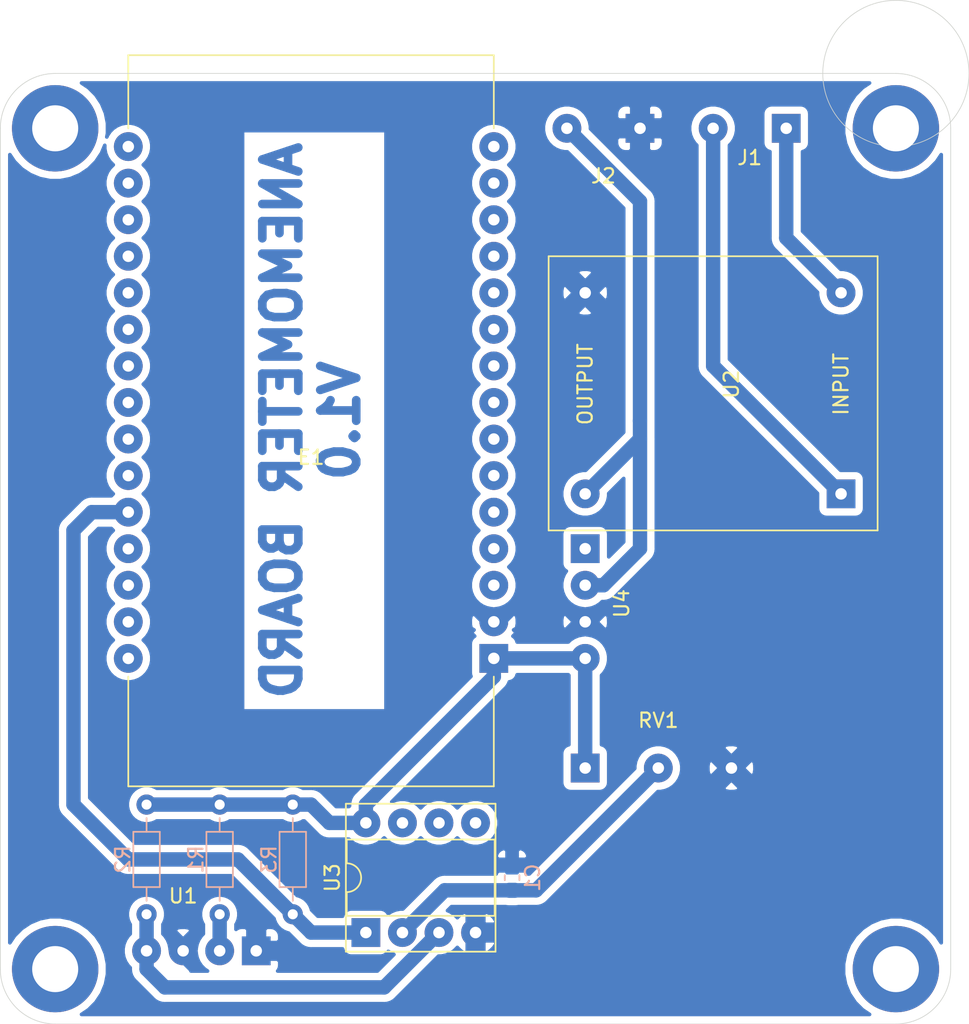
<source format=kicad_pcb>
(kicad_pcb (version 20171130) (host pcbnew 5.1.6)

  (general
    (thickness 1.6)
    (drawings 10)
    (tracks 40)
    (zones 0)
    (modules 12)
    (nets 38)
  )

  (page User 200 150.012)
  (layers
    (0 F.Cu signal)
    (31 B.Cu signal)
    (32 B.Adhes user)
    (33 F.Adhes user)
    (34 B.Paste user)
    (35 F.Paste user)
    (36 B.SilkS user)
    (37 F.SilkS user)
    (38 B.Mask user)
    (39 F.Mask user)
    (40 Dwgs.User user)
    (41 Cmts.User user)
    (42 Eco1.User user)
    (43 Eco2.User user)
    (44 Edge.Cuts user)
    (45 Margin user)
    (46 B.CrtYd user)
    (47 F.CrtYd user)
    (48 B.Fab user)
    (49 F.Fab user)
  )

  (setup
    (last_trace_width 0.25)
    (user_trace_width 1)
    (user_trace_width 2)
    (trace_clearance 0.2)
    (zone_clearance 0.508)
    (zone_45_only no)
    (trace_min 0.8)
    (via_size 0.8)
    (via_drill 0.4)
    (via_min_size 0.4)
    (via_min_drill 0.3)
    (uvia_size 0.3)
    (uvia_drill 0.1)
    (uvias_allowed no)
    (uvia_min_size 0.2)
    (uvia_min_drill 0.1)
    (edge_width 0.05)
    (segment_width 0.2)
    (pcb_text_width 0.3)
    (pcb_text_size 1.5 1.5)
    (mod_edge_width 0.12)
    (mod_text_size 1 1)
    (mod_text_width 0.15)
    (pad_size 2 2)
    (pad_drill 0.7)
    (pad_to_mask_clearance 0.05)
    (aux_axis_origin 0 0)
    (grid_origin 66.04 99.06)
    (visible_elements FFFFFF7F)
    (pcbplotparams
      (layerselection 0x01000_fffffffe)
      (usegerberextensions false)
      (usegerberattributes true)
      (usegerberadvancedattributes true)
      (creategerberjobfile true)
      (excludeedgelayer true)
      (linewidth 0.100000)
      (plotframeref false)
      (viasonmask false)
      (mode 1)
      (useauxorigin false)
      (hpglpennumber 1)
      (hpglpenspeed 20)
      (hpglpendiameter 15.000000)
      (psnegative false)
      (psa4output false)
      (plotreference true)
      (plotvalue true)
      (plotinvisibletext false)
      (padsonsilk false)
      (subtractmaskfromsilk false)
      (outputformat 1)
      (mirror false)
      (drillshape 0)
      (scaleselection 1)
      (outputdirectory "CAMOutputs/"))
  )

  (net 0 "")
  (net 1 "Net-(C1-Pad1)")
  (net 2 GND)
  (net 3 +3V3)
  (net 4 "Net-(E1-Pad3)")
  (net 5 "Net-(E1-Pad4)")
  (net 6 "Net-(E1-Pad5)")
  (net 7 "Net-(E1-Pad6)")
  (net 8 "Net-(E1-Pad7)")
  (net 9 "Net-(E1-Pad8)")
  (net 10 "Net-(E1-Pad9)")
  (net 11 "Net-(E1-Pad10)")
  (net 12 "Net-(E1-Pad11)")
  (net 13 "Net-(E1-Pad12)")
  (net 14 "Net-(E1-Pad13)")
  (net 15 "Net-(E1-Pad14)")
  (net 16 "Net-(E1-Pad15)")
  (net 17 "Net-(E1-Pad16)")
  (net 18 "Net-(E1-Pad17)")
  (net 19 "Net-(E1-Pad18)")
  (net 20 "Net-(E1-Pad19)")
  (net 21 "Net-(E1-Pad21)")
  (net 22 "Net-(E1-Pad22)")
  (net 23 "Net-(E1-Pad23)")
  (net 24 "Net-(E1-Pad24)")
  (net 25 "Net-(E1-Pad25)")
  (net 26 "Net-(E1-Pad26)")
  (net 27 "Net-(E1-Pad27)")
  (net 28 "Net-(E1-Pad28)")
  (net 29 "Net-(E1-Pad29)")
  (net 30 "Net-(E1-Pad30)")
  (net 31 /SOLAR-)
  (net 32 /SOLAR+)
  (net 33 BATT+)
  (net 34 "Net-(R1-Pad2)")
  (net 35 "Net-(R2-Pad2)")
  (net 36 ANE_OUT)
  (net 37 "Net-(U4-Pad1)")

  (net_class Default "This is the default net class."
    (clearance 0.2)
    (trace_width 0.25)
    (via_dia 0.8)
    (via_drill 0.4)
    (uvia_dia 0.3)
    (uvia_drill 0.1)
    (add_net +3V3)
    (add_net /SOLAR+)
    (add_net /SOLAR-)
    (add_net ANE_OUT)
    (add_net BATT+)
    (add_net GND)
    (add_net "Net-(C1-Pad1)")
    (add_net "Net-(E1-Pad10)")
    (add_net "Net-(E1-Pad11)")
    (add_net "Net-(E1-Pad12)")
    (add_net "Net-(E1-Pad13)")
    (add_net "Net-(E1-Pad14)")
    (add_net "Net-(E1-Pad15)")
    (add_net "Net-(E1-Pad16)")
    (add_net "Net-(E1-Pad17)")
    (add_net "Net-(E1-Pad18)")
    (add_net "Net-(E1-Pad19)")
    (add_net "Net-(E1-Pad21)")
    (add_net "Net-(E1-Pad22)")
    (add_net "Net-(E1-Pad23)")
    (add_net "Net-(E1-Pad24)")
    (add_net "Net-(E1-Pad25)")
    (add_net "Net-(E1-Pad26)")
    (add_net "Net-(E1-Pad27)")
    (add_net "Net-(E1-Pad28)")
    (add_net "Net-(E1-Pad29)")
    (add_net "Net-(E1-Pad3)")
    (add_net "Net-(E1-Pad30)")
    (add_net "Net-(E1-Pad4)")
    (add_net "Net-(E1-Pad5)")
    (add_net "Net-(E1-Pad6)")
    (add_net "Net-(E1-Pad7)")
    (add_net "Net-(E1-Pad8)")
    (add_net "Net-(E1-Pad9)")
    (add_net "Net-(R1-Pad2)")
    (add_net "Net-(R2-Pad2)")
    (add_net "Net-(U4-Pad1)")
  )

  (module Package_DIP:DIP-8_W7.62mm_Socket (layer F.Cu) (tedit 5F066761) (tstamp 5F069CB4)
    (at 91.44 92.71 90)
    (descr "8-lead though-hole mounted DIP package, row spacing 7.62 mm (300 mils), Socket")
    (tags "THT DIP DIL PDIP 2.54mm 7.62mm 300mil Socket")
    (path /5F040027)
    (fp_text reference U3 (at 3.81 -2.33 90) (layer F.SilkS)
      (effects (font (size 1 1) (thickness 0.15)))
    )
    (fp_text value LM393 (at 3.81 5.08 90) (layer F.Fab)
      (effects (font (size 1 1) (thickness 0.15)))
    )
    (fp_line (start 9.15 -1.6) (end -1.55 -1.6) (layer F.CrtYd) (width 0.05))
    (fp_line (start 9.15 9.2) (end 9.15 -1.6) (layer F.CrtYd) (width 0.05))
    (fp_line (start -1.55 9.2) (end 9.15 9.2) (layer F.CrtYd) (width 0.05))
    (fp_line (start -1.55 -1.6) (end -1.55 9.2) (layer F.CrtYd) (width 0.05))
    (fp_line (start 8.95 -1.39) (end -1.33 -1.39) (layer F.SilkS) (width 0.12))
    (fp_line (start 8.95 9.01) (end 8.95 -1.39) (layer F.SilkS) (width 0.12))
    (fp_line (start -1.33 9.01) (end 8.95 9.01) (layer F.SilkS) (width 0.12))
    (fp_line (start -1.33 -1.39) (end -1.33 9.01) (layer F.SilkS) (width 0.12))
    (fp_line (start 6.46 -1.33) (end 4.81 -1.33) (layer F.SilkS) (width 0.12))
    (fp_line (start 6.46 8.95) (end 6.46 -1.33) (layer F.SilkS) (width 0.12))
    (fp_line (start 1.16 8.95) (end 6.46 8.95) (layer F.SilkS) (width 0.12))
    (fp_line (start 1.16 -1.33) (end 1.16 8.95) (layer F.SilkS) (width 0.12))
    (fp_line (start 2.81 -1.33) (end 1.16 -1.33) (layer F.SilkS) (width 0.12))
    (fp_line (start 8.89 -1.33) (end -1.27 -1.33) (layer F.Fab) (width 0.1))
    (fp_line (start 8.89 8.95) (end 8.89 -1.33) (layer F.Fab) (width 0.1))
    (fp_line (start -1.27 8.95) (end 8.89 8.95) (layer F.Fab) (width 0.1))
    (fp_line (start -1.27 -1.33) (end -1.27 8.95) (layer F.Fab) (width 0.1))
    (fp_line (start 0.635 -0.27) (end 1.635 -1.27) (layer F.Fab) (width 0.1))
    (fp_line (start 0.635 8.89) (end 0.635 -0.27) (layer F.Fab) (width 0.1))
    (fp_line (start 6.985 8.89) (end 0.635 8.89) (layer F.Fab) (width 0.1))
    (fp_line (start 6.985 -1.27) (end 6.985 8.89) (layer F.Fab) (width 0.1))
    (fp_line (start 1.635 -1.27) (end 6.985 -1.27) (layer F.Fab) (width 0.1))
    (fp_text user %R (at 3.81 3.81 90) (layer F.Fab)
      (effects (font (size 1 1) (thickness 0.15)))
    )
    (fp_arc (start 3.81 -1.33) (end 2.81 -1.33) (angle -180) (layer F.SilkS) (width 0.12))
    (pad 8 thru_hole oval (at 7.62 0 90) (size 2 2) (drill 0.8) (layers *.Cu *.Mask)
      (net 3 +3V3))
    (pad 4 thru_hole oval (at 0 7.62 90) (size 2 2) (drill 0.8) (layers *.Cu *.Mask)
      (net 2 GND))
    (pad 7 thru_hole oval (at 7.62 2.54 90) (size 2 2) (drill 0.8) (layers *.Cu *.Mask))
    (pad 3 thru_hole oval (at 0 5.08 90) (size 2 2) (drill 0.8) (layers *.Cu *.Mask)
      (net 35 "Net-(R2-Pad2)"))
    (pad 6 thru_hole oval (at 7.62 5.08 90) (size 2 2) (drill 0.8) (layers *.Cu *.Mask))
    (pad 2 thru_hole oval (at 0 2.54 90) (size 2 2) (drill 0.8) (layers *.Cu *.Mask)
      (net 1 "Net-(C1-Pad1)"))
    (pad 5 thru_hole oval (at 7.62 7.62 90) (size 2 2) (drill 0.8) (layers *.Cu *.Mask))
    (pad 1 thru_hole rect (at 0 0 90) (size 2 2) (drill 0.8) (layers *.Cu *.Mask)
      (net 36 ANE_OUT))
    (model ${KISYS3DMOD}/Package_DIP.3dshapes/DIP-8_W7.62mm_Socket.wrl
      (at (xyz 0 0 0))
      (scale (xyz 1 1 1))
      (rotate (xyz 0 0 0))
    )
  )

  (module Resistor_THT:R_Axial_DIN0204_L3.6mm_D1.6mm_P7.62mm_Horizontal (layer B.Cu) (tedit 5AE5139B) (tstamp 5F06B9D0)
    (at 86.36 83.82 270)
    (descr "Resistor, Axial_DIN0204 series, Axial, Horizontal, pin pitch=7.62mm, 0.167W, length*diameter=3.6*1.6mm^2, http://cdn-reichelt.de/documents/datenblatt/B400/1_4W%23YAG.pdf")
    (tags "Resistor Axial_DIN0204 series Axial Horizontal pin pitch 7.62mm 0.167W length 3.6mm diameter 1.6mm")
    (path /5F03F509)
    (fp_text reference R3 (at 3.81 1.65 270) (layer B.SilkS)
      (effects (font (size 1 1) (thickness 0.15)) (justify mirror))
    )
    (fp_text value 10K (at 3.81 -1.65 270) (layer B.Fab)
      (effects (font (size 1 1) (thickness 0.15)) (justify mirror))
    )
    (fp_line (start 8.57 1.05) (end -0.95 1.05) (layer B.CrtYd) (width 0.05))
    (fp_line (start 8.57 -1.05) (end 8.57 1.05) (layer B.CrtYd) (width 0.05))
    (fp_line (start -0.95 -1.05) (end 8.57 -1.05) (layer B.CrtYd) (width 0.05))
    (fp_line (start -0.95 1.05) (end -0.95 -1.05) (layer B.CrtYd) (width 0.05))
    (fp_line (start 6.68 0) (end 5.73 0) (layer B.SilkS) (width 0.12))
    (fp_line (start 0.94 0) (end 1.89 0) (layer B.SilkS) (width 0.12))
    (fp_line (start 5.73 0.92) (end 1.89 0.92) (layer B.SilkS) (width 0.12))
    (fp_line (start 5.73 -0.92) (end 5.73 0.92) (layer B.SilkS) (width 0.12))
    (fp_line (start 1.89 -0.92) (end 5.73 -0.92) (layer B.SilkS) (width 0.12))
    (fp_line (start 1.89 0.92) (end 1.89 -0.92) (layer B.SilkS) (width 0.12))
    (fp_line (start 7.62 0) (end 5.61 0) (layer B.Fab) (width 0.1))
    (fp_line (start 0 0) (end 2.01 0) (layer B.Fab) (width 0.1))
    (fp_line (start 5.61 0.8) (end 2.01 0.8) (layer B.Fab) (width 0.1))
    (fp_line (start 5.61 -0.8) (end 5.61 0.8) (layer B.Fab) (width 0.1))
    (fp_line (start 2.01 -0.8) (end 5.61 -0.8) (layer B.Fab) (width 0.1))
    (fp_line (start 2.01 0.8) (end 2.01 -0.8) (layer B.Fab) (width 0.1))
    (fp_text user %R (at 0 0 270) (layer B.Fab)
      (effects (font (size 0.5 0.5) (thickness 0.08)) (justify mirror))
    )
    (pad 2 thru_hole oval (at 7.62 0 270) (size 1.4 1.4) (drill 0.7) (layers *.Cu *.Mask)
      (net 36 ANE_OUT))
    (pad 1 thru_hole circle (at 0 0 270) (size 1.4 1.4) (drill 0.7) (layers *.Cu *.Mask)
      (net 3 +3V3))
    (model ${KISYS3DMOD}/Resistor_THT.3dshapes/R_Axial_DIN0204_L3.6mm_D1.6mm_P7.62mm_Horizontal.wrl
      (at (xyz 0 0 0))
      (scale (xyz 1 1 1))
      (rotate (xyz 0 0 0))
    )
  )

  (module Resistor_THT:R_Axial_DIN0204_L3.6mm_D1.6mm_P7.62mm_Horizontal (layer B.Cu) (tedit 5AE5139B) (tstamp 5F068A6C)
    (at 76.2 83.82 270)
    (descr "Resistor, Axial_DIN0204 series, Axial, Horizontal, pin pitch=7.62mm, 0.167W, length*diameter=3.6*1.6mm^2, http://cdn-reichelt.de/documents/datenblatt/B400/1_4W%23YAG.pdf")
    (tags "Resistor Axial_DIN0204 series Axial Horizontal pin pitch 7.62mm 0.167W length 3.6mm diameter 1.6mm")
    (path /5F03EE03)
    (fp_text reference R2 (at 3.81 1.65 270) (layer B.SilkS)
      (effects (font (size 1 1) (thickness 0.15)) (justify mirror))
    )
    (fp_text value 10K (at 3.81 -1.65 270) (layer B.Fab)
      (effects (font (size 1 1) (thickness 0.15)) (justify mirror))
    )
    (fp_line (start 8.57 1.05) (end -0.95 1.05) (layer B.CrtYd) (width 0.05))
    (fp_line (start 8.57 -1.05) (end 8.57 1.05) (layer B.CrtYd) (width 0.05))
    (fp_line (start -0.95 -1.05) (end 8.57 -1.05) (layer B.CrtYd) (width 0.05))
    (fp_line (start -0.95 1.05) (end -0.95 -1.05) (layer B.CrtYd) (width 0.05))
    (fp_line (start 6.68 0) (end 5.73 0) (layer B.SilkS) (width 0.12))
    (fp_line (start 0.94 0) (end 1.89 0) (layer B.SilkS) (width 0.12))
    (fp_line (start 5.73 0.92) (end 1.89 0.92) (layer B.SilkS) (width 0.12))
    (fp_line (start 5.73 -0.92) (end 5.73 0.92) (layer B.SilkS) (width 0.12))
    (fp_line (start 1.89 -0.92) (end 5.73 -0.92) (layer B.SilkS) (width 0.12))
    (fp_line (start 1.89 0.92) (end 1.89 -0.92) (layer B.SilkS) (width 0.12))
    (fp_line (start 7.62 0) (end 5.61 0) (layer B.Fab) (width 0.1))
    (fp_line (start 0 0) (end 2.01 0) (layer B.Fab) (width 0.1))
    (fp_line (start 5.61 0.8) (end 2.01 0.8) (layer B.Fab) (width 0.1))
    (fp_line (start 5.61 -0.8) (end 5.61 0.8) (layer B.Fab) (width 0.1))
    (fp_line (start 2.01 -0.8) (end 5.61 -0.8) (layer B.Fab) (width 0.1))
    (fp_line (start 2.01 0.8) (end 2.01 -0.8) (layer B.Fab) (width 0.1))
    (fp_text user %R (at 0 0 270) (layer B.Fab)
      (effects (font (size 0.5 0.5) (thickness 0.08)) (justify mirror))
    )
    (pad 2 thru_hole oval (at 7.62 0 270) (size 1.4 1.4) (drill 0.7) (layers *.Cu *.Mask)
      (net 35 "Net-(R2-Pad2)"))
    (pad 1 thru_hole circle (at 0 0 270) (size 1.4 1.4) (drill 0.7) (layers *.Cu *.Mask)
      (net 3 +3V3))
    (model ${KISYS3DMOD}/Resistor_THT.3dshapes/R_Axial_DIN0204_L3.6mm_D1.6mm_P7.62mm_Horizontal.wrl
      (at (xyz 0 0 0))
      (scale (xyz 1 1 1))
      (rotate (xyz 0 0 0))
    )
  )

  (module Resistor_THT:R_Axial_DIN0204_L3.6mm_D1.6mm_P7.62mm_Horizontal (layer B.Cu) (tedit 5AE5139B) (tstamp 5F068A5B)
    (at 81.28 83.82 270)
    (descr "Resistor, Axial_DIN0204 series, Axial, Horizontal, pin pitch=7.62mm, 0.167W, length*diameter=3.6*1.6mm^2, http://cdn-reichelt.de/documents/datenblatt/B400/1_4W%23YAG.pdf")
    (tags "Resistor Axial_DIN0204 series Axial Horizontal pin pitch 7.62mm 0.167W length 3.6mm diameter 1.6mm")
    (path /5F03E178)
    (fp_text reference R1 (at 3.81 1.65 270) (layer B.SilkS)
      (effects (font (size 1 1) (thickness 0.15)) (justify mirror))
    )
    (fp_text value 47R (at 3.81 -1.65 270) (layer B.Fab)
      (effects (font (size 1 1) (thickness 0.15)) (justify mirror))
    )
    (fp_line (start 8.57 1.05) (end -0.95 1.05) (layer B.CrtYd) (width 0.05))
    (fp_line (start 8.57 -1.05) (end 8.57 1.05) (layer B.CrtYd) (width 0.05))
    (fp_line (start -0.95 -1.05) (end 8.57 -1.05) (layer B.CrtYd) (width 0.05))
    (fp_line (start -0.95 1.05) (end -0.95 -1.05) (layer B.CrtYd) (width 0.05))
    (fp_line (start 6.68 0) (end 5.73 0) (layer B.SilkS) (width 0.12))
    (fp_line (start 0.94 0) (end 1.89 0) (layer B.SilkS) (width 0.12))
    (fp_line (start 5.73 0.92) (end 1.89 0.92) (layer B.SilkS) (width 0.12))
    (fp_line (start 5.73 -0.92) (end 5.73 0.92) (layer B.SilkS) (width 0.12))
    (fp_line (start 1.89 -0.92) (end 5.73 -0.92) (layer B.SilkS) (width 0.12))
    (fp_line (start 1.89 0.92) (end 1.89 -0.92) (layer B.SilkS) (width 0.12))
    (fp_line (start 7.62 0) (end 5.61 0) (layer B.Fab) (width 0.1))
    (fp_line (start 0 0) (end 2.01 0) (layer B.Fab) (width 0.1))
    (fp_line (start 5.61 0.8) (end 2.01 0.8) (layer B.Fab) (width 0.1))
    (fp_line (start 5.61 -0.8) (end 5.61 0.8) (layer B.Fab) (width 0.1))
    (fp_line (start 2.01 -0.8) (end 5.61 -0.8) (layer B.Fab) (width 0.1))
    (fp_line (start 2.01 0.8) (end 2.01 -0.8) (layer B.Fab) (width 0.1))
    (fp_text user %R (at 0 0 270) (layer B.Fab)
      (effects (font (size 0.5 0.5) (thickness 0.08)) (justify mirror))
    )
    (pad 2 thru_hole oval (at 7.62 0 270) (size 1.4 1.4) (drill 0.7) (layers *.Cu *.Mask)
      (net 34 "Net-(R1-Pad2)"))
    (pad 1 thru_hole circle (at 0 0 270) (size 1.4 1.4) (drill 0.7) (layers *.Cu *.Mask)
      (net 3 +3V3))
    (model ${KISYS3DMOD}/Resistor_THT.3dshapes/R_Axial_DIN0204_L3.6mm_D1.6mm_P7.62mm_Horizontal.wrl
      (at (xyz 0 0 0))
      (scale (xyz 1 1 1))
      (rotate (xyz 0 0 0))
    )
  )

  (module misc:TC4056A_BREAKOUT (layer F.Cu) (tedit 5F06B17F) (tstamp 5F06C63F)
    (at 115.57 54.61 90)
    (path /5F03CA42)
    (fp_text reference U2 (at 0 1.27 90) (layer F.SilkS)
      (effects (font (size 1 1) (thickness 0.15)))
    )
    (fp_text value TC4056A_BREAKOUT (at -0.635 -1.77 90) (layer F.Fab)
      (effects (font (size 1 1) (thickness 0.15)))
    )
    (fp_line (start -10.16 -11.43) (end -10.16 11.43) (layer F.SilkS) (width 0.12))
    (fp_line (start -10.16 11.43) (end 8.89 11.43) (layer F.SilkS) (width 0.12))
    (fp_line (start 8.89 11.43) (end 8.89 -11.43) (layer F.SilkS) (width 0.12))
    (fp_line (start 8.89 -11.43) (end -10.16 -11.43) (layer F.SilkS) (width 0.12))
    (fp_text user OUTPUT (at 0 -8.89 90) (layer F.SilkS)
      (effects (font (size 1 1) (thickness 0.15)))
    )
    (fp_text user INPUT (at 0 8.89 90) (layer F.SilkS)
      (effects (font (size 1 1) (thickness 0.15)))
    )
    (pad 3 thru_hole circle (at 6.35 -8.89 90) (size 2 2) (drill 0.8) (layers *.Cu *.Mask)
      (net 2 GND))
    (pad 2 thru_hole circle (at 6.35 8.89 90) (size 2 2) (drill 0.8) (layers *.Cu *.Mask)
      (net 31 /SOLAR-))
    (pad 4 thru_hole circle (at -7.62 -8.89 90) (size 2 2) (drill 0.8) (layers *.Cu *.Mask)
      (net 33 BATT+))
    (pad 1 thru_hole rect (at -7.62 8.89 90) (size 2 2) (drill 0.8) (layers *.Cu *.Mask)
      (net 32 /SOLAR+))
  )

  (module headers:2_double_spaced (layer F.Cu) (tedit 5F0667CC) (tstamp 5F069B3E)
    (at 107.95 36.83 180)
    (path /5F0A03E1)
    (fp_text reference J2 (at 0 -3.31) (layer F.SilkS)
      (effects (font (size 1 1) (thickness 0.15)))
    )
    (fp_text value BATT (at 0 -5.08) (layer F.Fab)
      (effects (font (size 1 1) (thickness 0.15)))
    )
    (pad 2 thru_hole circle (at 2.54 0 180) (size 2 2) (drill 0.8) (layers *.Cu *.Mask)
      (net 33 BATT+))
    (pad 1 thru_hole rect (at -2.54 0 180) (size 2 2) (drill 0.8) (layers *.Cu *.Mask)
      (net 2 GND))
  )

  (module headers:2_double_spaced (layer F.Cu) (tedit 5F0667CC) (tstamp 5F069B4D)
    (at 118.11 36.83 180)
    (path /5F051EE9)
    (fp_text reference J1 (at 0 -2.04) (layer F.SilkS)
      (effects (font (size 1 1) (thickness 0.15)))
    )
    (fp_text value SOLAR (at 0 -3.81) (layer F.Fab)
      (effects (font (size 1 1) (thickness 0.15)))
    )
    (pad 2 thru_hole circle (at 2.54 0 180) (size 2 2) (drill 0.8) (layers *.Cu *.Mask)
      (net 32 /SOLAR+))
    (pad 1 thru_hole rect (at -2.54 0 180) (size 2 2) (drill 0.8) (layers *.Cu *.Mask)
      (net 31 /SOLAR-))
  )

  (module headers:4x1 (layer F.Cu) (tedit 5F0667B9) (tstamp 5F068A8C)
    (at 80.01 93.98 180)
    (path /5F03B1B7)
    (fp_text reference U1 (at 1.27 3.81) (layer F.SilkS)
      (effects (font (size 1 1) (thickness 0.15)))
    )
    (fp_text value TCRT5000 (at 0 -2.54) (layer F.Fab)
      (effects (font (size 1 1) (thickness 0.15)))
    )
    (pad 4 thru_hole circle (at 3.81 0 180) (size 2 2) (drill 0.8) (layers *.Cu *.Mask)
      (net 35 "Net-(R2-Pad2)"))
    (pad 3 thru_hole circle (at 1.27 0 180) (size 2 2) (drill 0.8) (layers *.Cu *.Mask)
      (net 2 GND))
    (pad 2 thru_hole circle (at -1.27 0 180) (size 2 2) (drill 0.8) (layers *.Cu *.Mask)
      (net 34 "Net-(R1-Pad2)"))
    (pad 1 thru_hole rect (at -3.81 0 180) (size 2 2) (drill 0.8) (layers *.Cu *.Mask)
      (net 2 GND))
  )

  (module headers:4x1 (layer F.Cu) (tedit 5F0667B9) (tstamp 5F068AC6)
    (at 106.68 69.85 270)
    (path /5F043DC8)
    (fp_text reference U4 (at 0 -2.54 90) (layer F.SilkS)
      (effects (font (size 1 1) (thickness 0.15)))
    )
    (fp_text value REGULATOR (at 0 -5.08 90) (layer F.Fab)
      (effects (font (size 1 1) (thickness 0.15)))
    )
    (pad 4 thru_hole circle (at 3.81 0 270) (size 2 2) (drill 0.8) (layers *.Cu *.Mask)
      (net 3 +3V3))
    (pad 3 thru_hole circle (at 1.27 0 270) (size 2 2) (drill 0.8) (layers *.Cu *.Mask)
      (net 2 GND))
    (pad 2 thru_hole circle (at -1.27 0 270) (size 2 2) (drill 0.8) (layers *.Cu *.Mask)
      (net 33 BATT+))
    (pad 1 thru_hole rect (at -3.81 0 270) (size 2 2) (drill 0.8) (layers *.Cu *.Mask)
      (net 37 "Net-(U4-Pad1)"))
  )

  (module headers:3_double_spaced (layer F.Cu) (tedit 5F0667BF) (tstamp 5F068A84)
    (at 111.76 81.28)
    (path /5F046297)
    (fp_text reference RV1 (at 0 -3.31) (layer F.SilkS)
      (effects (font (size 1 1) (thickness 0.15)))
    )
    (fp_text value R_POT (at 0 -5.08) (layer F.Fab)
      (effects (font (size 1 1) (thickness 0.15)))
    )
    (pad 3 thru_hole circle (at 5.08 0) (size 2 2) (drill 0.8) (layers *.Cu *.Mask)
      (net 2 GND))
    (pad 1 thru_hole rect (at -5.08 0) (size 2 2) (drill 0.8) (layers *.Cu *.Mask)
      (net 3 +3V3))
    (pad 2 thru_hole circle (at 0 0) (size 2 2) (drill 0.8) (layers *.Cu *.Mask)
      (net 1 "Net-(C1-Pad1)"))
  )

  (module microcontroller:ESP31-DEVKIT (layer F.Cu) (tedit 5F066798) (tstamp 5F0693AB)
    (at 87.63 57.15)
    (path /5F05FFF9)
    (fp_text reference E1 (at 0 2.54) (layer F.SilkS)
      (effects (font (size 1 1) (thickness 0.15)))
    )
    (fp_text value ESP32-DEVKIT (at 0 0) (layer F.Fab)
      (effects (font (size 1 1) (thickness 0.15)))
    )
    (fp_line (start -12.7 -20.32) (end -12.7 -25.4) (layer F.SilkS) (width 0.12))
    (fp_line (start -12.7 -25.4) (end 12.7 -25.4) (layer F.SilkS) (width 0.12))
    (fp_line (start 12.7 -25.4) (end 12.7 -20.32) (layer F.SilkS) (width 0.12))
    (fp_line (start -12.7 17.78) (end -12.7 25.4) (layer F.SilkS) (width 0.12))
    (fp_line (start -12.7 25.4) (end 12.7 25.4) (layer F.SilkS) (width 0.12))
    (fp_line (start 12.7 25.4) (end 12.7 17.78) (layer F.SilkS) (width 0.12))
    (pad 30 thru_hole circle (at -12.7 -19.05) (size 2 2) (drill 0.8) (layers *.Cu *.Mask)
      (net 30 "Net-(E1-Pad30)"))
    (pad 29 thru_hole circle (at -12.7 -16.51) (size 2 2) (drill 0.8) (layers *.Cu *.Mask)
      (net 29 "Net-(E1-Pad29)"))
    (pad 28 thru_hole circle (at -12.7 -13.97) (size 2 2) (drill 0.8) (layers *.Cu *.Mask)
      (net 28 "Net-(E1-Pad28)"))
    (pad 27 thru_hole circle (at -12.7 -11.43) (size 2 2) (drill 0.8) (layers *.Cu *.Mask)
      (net 27 "Net-(E1-Pad27)"))
    (pad 26 thru_hole circle (at -12.7 -8.89) (size 2 2) (drill 0.8) (layers *.Cu *.Mask)
      (net 26 "Net-(E1-Pad26)"))
    (pad 25 thru_hole circle (at -12.7 -6.35) (size 2 2) (drill 0.8) (layers *.Cu *.Mask)
      (net 25 "Net-(E1-Pad25)"))
    (pad 24 thru_hole circle (at -12.7 -3.81) (size 2 2) (drill 0.8) (layers *.Cu *.Mask)
      (net 24 "Net-(E1-Pad24)"))
    (pad 23 thru_hole circle (at -12.7 -1.27) (size 2 2) (drill 0.8) (layers *.Cu *.Mask)
      (net 23 "Net-(E1-Pad23)"))
    (pad 22 thru_hole circle (at -12.7 1.27) (size 2 2) (drill 0.8) (layers *.Cu *.Mask)
      (net 22 "Net-(E1-Pad22)"))
    (pad 21 thru_hole circle (at -12.7 3.81) (size 2 2) (drill 0.8) (layers *.Cu *.Mask)
      (net 21 "Net-(E1-Pad21)"))
    (pad 20 thru_hole circle (at -12.7 6.35) (size 2 2) (drill 0.8) (layers *.Cu *.Mask)
      (net 36 ANE_OUT))
    (pad 19 thru_hole circle (at -12.7 8.89) (size 2 2) (drill 0.8) (layers *.Cu *.Mask)
      (net 20 "Net-(E1-Pad19)"))
    (pad 18 thru_hole circle (at -12.7 11.43) (size 2 2) (drill 0.8) (layers *.Cu *.Mask)
      (net 19 "Net-(E1-Pad18)"))
    (pad 17 thru_hole circle (at -12.7 13.97) (size 2 2) (drill 0.8) (layers *.Cu *.Mask)
      (net 18 "Net-(E1-Pad17)"))
    (pad 16 thru_hole circle (at -12.7 16.51) (size 2 2) (drill 0.8) (layers *.Cu *.Mask)
      (net 17 "Net-(E1-Pad16)"))
    (pad 15 thru_hole circle (at 12.7 -19.05) (size 2 2) (drill 0.8) (layers *.Cu *.Mask)
      (net 16 "Net-(E1-Pad15)"))
    (pad 14 thru_hole circle (at 12.7 -16.51) (size 2 2) (drill 0.8) (layers *.Cu *.Mask)
      (net 15 "Net-(E1-Pad14)"))
    (pad 13 thru_hole circle (at 12.7 -13.97) (size 2 2) (drill 0.8) (layers *.Cu *.Mask)
      (net 14 "Net-(E1-Pad13)"))
    (pad 12 thru_hole circle (at 12.7 -11.43) (size 2 2) (drill 0.8) (layers *.Cu *.Mask)
      (net 13 "Net-(E1-Pad12)"))
    (pad 11 thru_hole circle (at 12.7 -8.89) (size 2 2) (drill 0.8) (layers *.Cu *.Mask)
      (net 12 "Net-(E1-Pad11)"))
    (pad 10 thru_hole circle (at 12.7 -6.35) (size 2 2) (drill 0.8) (layers *.Cu *.Mask)
      (net 11 "Net-(E1-Pad10)"))
    (pad 9 thru_hole circle (at 12.7 -3.81) (size 2 2) (drill 0.8) (layers *.Cu *.Mask)
      (net 10 "Net-(E1-Pad9)"))
    (pad 8 thru_hole circle (at 12.7 -1.27) (size 2 2) (drill 0.8) (layers *.Cu *.Mask)
      (net 9 "Net-(E1-Pad8)"))
    (pad 7 thru_hole circle (at 12.7 1.27) (size 2 2) (drill 0.8) (layers *.Cu *.Mask)
      (net 8 "Net-(E1-Pad7)"))
    (pad 6 thru_hole circle (at 12.7 3.81) (size 2 2) (drill 0.8) (layers *.Cu *.Mask)
      (net 7 "Net-(E1-Pad6)"))
    (pad 5 thru_hole circle (at 12.7 6.35) (size 2 2) (drill 0.8) (layers *.Cu *.Mask)
      (net 6 "Net-(E1-Pad5)"))
    (pad 4 thru_hole circle (at 12.7 8.89) (size 2 2) (drill 0.8) (layers *.Cu *.Mask)
      (net 5 "Net-(E1-Pad4)"))
    (pad 3 thru_hole circle (at 12.7 11.43) (size 2 2) (drill 0.8) (layers *.Cu *.Mask)
      (net 4 "Net-(E1-Pad3)"))
    (pad 2 thru_hole circle (at 12.7 13.97) (size 2 2) (drill 0.8) (layers *.Cu *.Mask)
      (net 2 GND))
    (pad 1 thru_hole rect (at 12.7 16.51) (size 2 2) (drill 0.8) (layers *.Cu *.Mask)
      (net 3 +3V3))
  )

  (module Capacitor_SMD:C_0603_1608Metric_Pad1.05x0.95mm_HandSolder (layer B.Cu) (tedit 5B301BBE) (tstamp 5F068A16)
    (at 101.6 88.9 90)
    (descr "Capacitor SMD 0603 (1608 Metric), square (rectangular) end terminal, IPC_7351 nominal with elongated pad for handsoldering. (Body size source: http://www.tortai-tech.com/upload/download/2011102023233369053.pdf), generated with kicad-footprint-generator")
    (tags "capacitor handsolder")
    (path /5F045974)
    (attr smd)
    (fp_text reference C1 (at 0 1.43 90) (layer B.SilkS)
      (effects (font (size 1 1) (thickness 0.15)) (justify mirror))
    )
    (fp_text value 100nF (at 0 2.54 90) (layer B.Fab)
      (effects (font (size 1 1) (thickness 0.15)) (justify mirror))
    )
    (fp_line (start -0.8 -0.4) (end -0.8 0.4) (layer B.Fab) (width 0.1))
    (fp_line (start -0.8 0.4) (end 0.8 0.4) (layer B.Fab) (width 0.1))
    (fp_line (start 0.8 0.4) (end 0.8 -0.4) (layer B.Fab) (width 0.1))
    (fp_line (start 0.8 -0.4) (end -0.8 -0.4) (layer B.Fab) (width 0.1))
    (fp_line (start -0.171267 0.51) (end 0.171267 0.51) (layer B.SilkS) (width 0.12))
    (fp_line (start -0.171267 -0.51) (end 0.171267 -0.51) (layer B.SilkS) (width 0.12))
    (fp_line (start -1.65 -0.73) (end -1.65 0.73) (layer B.CrtYd) (width 0.05))
    (fp_line (start -1.65 0.73) (end 1.65 0.73) (layer B.CrtYd) (width 0.05))
    (fp_line (start 1.65 0.73) (end 1.65 -0.73) (layer B.CrtYd) (width 0.05))
    (fp_line (start 1.65 -0.73) (end -1.65 -0.73) (layer B.CrtYd) (width 0.05))
    (fp_text user %R (at 0 0 90) (layer B.Fab)
      (effects (font (size 0.4 0.4) (thickness 0.06)) (justify mirror))
    )
    (pad 1 smd roundrect (at -0.875 0 90) (size 1.05 0.95) (layers B.Cu B.Paste B.Mask) (roundrect_rratio 0.25)
      (net 1 "Net-(C1-Pad1)"))
    (pad 2 smd roundrect (at 0.875 0 90) (size 1.05 0.95) (layers B.Cu B.Paste B.Mask) (roundrect_rratio 0.25)
      (net 2 GND))
    (model ${KISYS3DMOD}/Capacitor_SMD.3dshapes/C_0603_1608Metric.wrl
      (at (xyz 0 0 0))
      (scale (xyz 1 1 1))
      (rotate (xyz 0 0 0))
    )
  )

  (gr_arc (start 128.27 36.83) (end 132.08 36.83) (angle -90) (layer Edge.Cuts) (width 0.05))
  (gr_text "ANEMOMETER BOARD\nV1.0" (at 87.63 57.15 90) (layer B.Cu)
    (effects (font (size 2.5 2.5) (thickness 0.6)) (justify mirror))
  )
  (gr_line (start 69.85 99.06) (end 128.27 99.06) (layer Edge.Cuts) (width 0.05) (tstamp 5F06C7CD))
  (gr_line (start 66.04 36.83) (end 66.04 95.25) (layer Edge.Cuts) (width 0.05) (tstamp 5F06C7CC))
  (gr_line (start 128.27 33.02) (end 69.85 33.02) (layer Edge.Cuts) (width 0.05) (tstamp 5F06C7CB))
  (gr_line (start 132.08 95.25) (end 132.08 36.83) (layer Edge.Cuts) (width 0.05) (tstamp 5F06C7CA))
  (gr_arc (start 69.85 95.25) (end 66.04 95.25) (angle -90) (layer Edge.Cuts) (width 0.05))
  (gr_arc (start 69.85 36.83) (end 69.85 33.02) (angle -90) (layer Edge.Cuts) (width 0.05))
  (gr_arc (start 128.27 33.02) (end 133.35 33.02) (angle 0) (layer Edge.Cuts) (width 0.05))
  (gr_arc (start 128.27 95.25) (end 128.27 99.06) (angle -90) (layer Edge.Cuts) (width 0.05))

  (via (at 69.85 36.83) (size 6) (drill 3.2) (layers F.Cu B.Cu) (net 0))
  (via (at 69.85 95.25) (size 6) (drill 3.2) (layers F.Cu B.Cu) (net 0) (tstamp 5F06C76F))
  (via (at 128.27 95.25) (size 6) (drill 3.2) (layers F.Cu B.Cu) (net 0) (tstamp 5F06C7A0))
  (via (at 128.27 36.83) (size 6) (drill 3.2) (layers F.Cu B.Cu) (net 0) (tstamp 5F06D172))
  (segment (start 93.98 92.71) (end 96.915 89.775) (width 1) (layer B.Cu) (net 1))
  (segment (start 103.265 89.775) (end 111.76 81.28) (width 1) (layer B.Cu) (net 1))
  (segment (start 96.915 89.775) (end 103.265 89.775) (width 1) (layer B.Cu) (net 1))
  (segment (start 100.33 73.66) (end 100.33 74.93) (width 1) (layer B.Cu) (net 3))
  (segment (start 91.44 83.82) (end 91.44 85.09) (width 1) (layer B.Cu) (net 3))
  (segment (start 100.33 74.93) (end 91.44 83.82) (width 1) (layer B.Cu) (net 3))
  (segment (start 106.68 81.28) (end 106.68 73.66) (width 1) (layer B.Cu) (net 3))
  (segment (start 100.33 73.66) (end 106.68 73.66) (width 1) (layer B.Cu) (net 3))
  (segment (start 76.2 83.82) (end 87.63 83.82) (width 1) (layer B.Cu) (net 3))
  (segment (start 88.9 85.09) (end 91.44 85.09) (width 1) (layer B.Cu) (net 3))
  (segment (start 87.63 83.82) (end 88.9 85.09) (width 1) (layer B.Cu) (net 3))
  (segment (start 124.46 48.26) (end 120.65 44.45) (width 1) (layer B.Cu) (net 31))
  (segment (start 120.65 44.45) (end 120.65 36.83) (width 1) (layer B.Cu) (net 31))
  (segment (start 124.46 62.23) (end 115.57 53.34) (width 1) (layer B.Cu) (net 32))
  (segment (start 115.57 53.34) (end 115.57 36.83) (width 1) (layer B.Cu) (net 32))
  (segment (start 106.68 68.58) (end 107.95 68.58) (width 1) (layer B.Cu) (net 33))
  (segment (start 107.95 68.58) (end 110.49 66.04) (width 1) (layer B.Cu) (net 33))
  (segment (start 110.49 41.91) (end 105.41 36.83) (width 1) (layer B.Cu) (net 33))
  (segment (start 110.49 57.15) (end 110.49 41.91) (width 1) (layer B.Cu) (net 33))
  (segment (start 106.68 62.23) (end 110.49 58.42) (width 1) (layer B.Cu) (net 33))
  (segment (start 110.49 58.42) (end 110.49 57.15) (width 1) (layer B.Cu) (net 33))
  (segment (start 110.49 66.04) (end 110.49 58.42) (width 1) (layer B.Cu) (net 33))
  (segment (start 81.28 91.44) (end 81.28 93.98) (width 1) (layer B.Cu) (net 34))
  (segment (start 96.52 92.71) (end 92.71 96.52) (width 1) (layer B.Cu) (net 35))
  (segment (start 92.71 96.52) (end 77.47 96.52) (width 1) (layer B.Cu) (net 35))
  (segment (start 76.2 95.25) (end 76.2 93.98) (width 1) (layer B.Cu) (net 35))
  (segment (start 77.47 96.52) (end 76.2 95.25) (width 1) (layer B.Cu) (net 35))
  (segment (start 76.2 91.44) (end 76.2 93.98) (width 1) (layer B.Cu) (net 35))
  (segment (start 87.63 92.71) (end 86.36 91.44) (width 1) (layer B.Cu) (net 36))
  (segment (start 91.44 92.71) (end 87.63 92.71) (width 1) (layer B.Cu) (net 36))
  (segment (start 72.39 63.5) (end 74.93 63.5) (width 1) (layer B.Cu) (net 36))
  (segment (start 71.12 64.77) (end 72.39 63.5) (width 1) (layer B.Cu) (net 36))
  (segment (start 71.12 83.82) (end 71.12 64.77) (width 1) (layer B.Cu) (net 36))
  (segment (start 74.93 87.63) (end 71.12 83.82) (width 1) (layer B.Cu) (net 36))
  (segment (start 82.55 87.63) (end 74.93 87.63) (width 1) (layer B.Cu) (net 36))
  (segment (start 86.36 91.44) (end 82.55 87.63) (width 1) (layer B.Cu) (net 36))

  (zone (net 2) (net_name GND) (layer B.Cu) (tstamp 5F06DE39) (hatch edge 0.508)
    (connect_pads (clearance 0.508))
    (min_thickness 0.254)
    (fill yes (arc_segments 32) (thermal_gap 0.508) (thermal_bridge_width 1.4) (smoothing fillet))
    (polygon
      (pts
        (xy 132.08 99.06) (xy 66.04 99.06) (xy 66.04 33.02) (xy 132.08 33.02)
      )
    )
    (filled_polygon
      (pts
        (xy 125.952823 34.006511) (xy 125.446511 34.512823) (xy 125.048705 35.108182) (xy 124.774691 35.76971) (xy 124.635 36.471984)
        (xy 124.635 37.188016) (xy 124.774691 37.89029) (xy 125.048705 38.551818) (xy 125.446511 39.147177) (xy 125.952823 39.653489)
        (xy 126.548182 40.051295) (xy 127.20971 40.325309) (xy 127.911984 40.465) (xy 128.628016 40.465) (xy 129.33029 40.325309)
        (xy 129.991818 40.051295) (xy 130.587177 39.653489) (xy 131.093489 39.147177) (xy 131.420001 38.658517) (xy 131.42 93.421481)
        (xy 131.093489 92.932823) (xy 130.587177 92.426511) (xy 129.991818 92.028705) (xy 129.33029 91.754691) (xy 128.628016 91.615)
        (xy 127.911984 91.615) (xy 127.20971 91.754691) (xy 126.548182 92.028705) (xy 125.952823 92.426511) (xy 125.446511 92.932823)
        (xy 125.048705 93.528182) (xy 124.774691 94.18971) (xy 124.635 94.891984) (xy 124.635 95.608016) (xy 124.774691 96.31029)
        (xy 125.048705 96.971818) (xy 125.446511 97.567177) (xy 125.952823 98.073489) (xy 126.441481 98.4) (xy 71.678519 98.4)
        (xy 72.167177 98.073489) (xy 72.673489 97.567177) (xy 73.071295 96.971818) (xy 73.345309 96.31029) (xy 73.485 95.608016)
        (xy 73.485 94.891984) (xy 73.345309 94.18971) (xy 73.071295 93.528182) (xy 72.673489 92.932823) (xy 72.167177 92.426511)
        (xy 71.571818 92.028705) (xy 70.91029 91.754691) (xy 70.208016 91.615) (xy 69.491984 91.615) (xy 68.78971 91.754691)
        (xy 68.128182 92.028705) (xy 67.532823 92.426511) (xy 67.026511 92.932823) (xy 66.7 93.421481) (xy 66.7 38.658519)
        (xy 67.026511 39.147177) (xy 67.532823 39.653489) (xy 68.128182 40.051295) (xy 68.78971 40.325309) (xy 69.491984 40.465)
        (xy 70.208016 40.465) (xy 70.91029 40.325309) (xy 71.571818 40.051295) (xy 72.167177 39.653489) (xy 72.673489 39.147177)
        (xy 73.071295 38.551818) (xy 73.295 38.011747) (xy 73.295 38.261033) (xy 73.357832 38.576912) (xy 73.481082 38.874463)
        (xy 73.660013 39.142252) (xy 73.887748 39.369987) (xy 73.887767 39.37) (xy 73.887748 39.370013) (xy 73.660013 39.597748)
        (xy 73.481082 39.865537) (xy 73.357832 40.163088) (xy 73.295 40.478967) (xy 73.295 40.801033) (xy 73.357832 41.116912)
        (xy 73.481082 41.414463) (xy 73.660013 41.682252) (xy 73.887748 41.909987) (xy 73.887767 41.91) (xy 73.887748 41.910013)
        (xy 73.660013 42.137748) (xy 73.481082 42.405537) (xy 73.357832 42.703088) (xy 73.295 43.018967) (xy 73.295 43.341033)
        (xy 73.357832 43.656912) (xy 73.481082 43.954463) (xy 73.660013 44.222252) (xy 73.887748 44.449987) (xy 73.887767 44.45)
        (xy 73.887748 44.450013) (xy 73.660013 44.677748) (xy 73.481082 44.945537) (xy 73.357832 45.243088) (xy 73.295 45.558967)
        (xy 73.295 45.881033) (xy 73.357832 46.196912) (xy 73.481082 46.494463) (xy 73.660013 46.762252) (xy 73.887748 46.989987)
        (xy 73.887767 46.99) (xy 73.887748 46.990013) (xy 73.660013 47.217748) (xy 73.481082 47.485537) (xy 73.357832 47.783088)
        (xy 73.295 48.098967) (xy 73.295 48.421033) (xy 73.357832 48.736912) (xy 73.481082 49.034463) (xy 73.660013 49.302252)
        (xy 73.887748 49.529987) (xy 73.887767 49.53) (xy 73.887748 49.530013) (xy 73.660013 49.757748) (xy 73.481082 50.025537)
        (xy 73.357832 50.323088) (xy 73.295 50.638967) (xy 73.295 50.961033) (xy 73.357832 51.276912) (xy 73.481082 51.574463)
        (xy 73.660013 51.842252) (xy 73.887748 52.069987) (xy 73.887767 52.07) (xy 73.887748 52.070013) (xy 73.660013 52.297748)
        (xy 73.481082 52.565537) (xy 73.357832 52.863088) (xy 73.295 53.178967) (xy 73.295 53.501033) (xy 73.357832 53.816912)
        (xy 73.481082 54.114463) (xy 73.660013 54.382252) (xy 73.887748 54.609987) (xy 73.887767 54.61) (xy 73.887748 54.610013)
        (xy 73.660013 54.837748) (xy 73.481082 55.105537) (xy 73.357832 55.403088) (xy 73.295 55.718967) (xy 73.295 56.041033)
        (xy 73.357832 56.356912) (xy 73.481082 56.654463) (xy 73.660013 56.922252) (xy 73.887748 57.149987) (xy 73.887767 57.15)
        (xy 73.887748 57.150013) (xy 73.660013 57.377748) (xy 73.481082 57.645537) (xy 73.357832 57.943088) (xy 73.295 58.258967)
        (xy 73.295 58.581033) (xy 73.357832 58.896912) (xy 73.481082 59.194463) (xy 73.660013 59.462252) (xy 73.887748 59.689987)
        (xy 73.887767 59.69) (xy 73.887748 59.690013) (xy 73.660013 59.917748) (xy 73.481082 60.185537) (xy 73.357832 60.483088)
        (xy 73.295 60.798967) (xy 73.295 61.121033) (xy 73.357832 61.436912) (xy 73.481082 61.734463) (xy 73.660013 62.002252)
        (xy 73.887748 62.229987) (xy 73.887767 62.23) (xy 73.887748 62.230013) (xy 73.752761 62.365) (xy 72.445743 62.365)
        (xy 72.389999 62.35951) (xy 72.334255 62.365) (xy 72.334248 62.365) (xy 72.188493 62.379356) (xy 72.1675 62.381423)
        (xy 72.135821 62.391033) (xy 71.953553 62.446324) (xy 71.756377 62.551716) (xy 71.583551 62.693551) (xy 71.548008 62.73686)
        (xy 70.35686 63.928009) (xy 70.313552 63.963551) (xy 70.171717 64.136377) (xy 70.115384 64.24177) (xy 70.066324 64.333554)
        (xy 70.001423 64.547502) (xy 69.979509 64.77) (xy 69.985001 64.825762) (xy 69.985 83.764248) (xy 69.979509 83.82)
        (xy 69.985 83.875751) (xy 70.001423 84.042498) (xy 70.066324 84.256446) (xy 70.171716 84.453623) (xy 70.313551 84.626449)
        (xy 70.356865 84.661996) (xy 74.088013 88.393146) (xy 74.123551 88.436449) (xy 74.166854 88.471987) (xy 74.166856 88.471989)
        (xy 74.296377 88.578284) (xy 74.493553 88.683676) (xy 74.707501 88.748577) (xy 74.93 88.770491) (xy 74.985752 88.765)
        (xy 82.079869 88.765) (xy 85.059427 91.74456) (xy 85.076304 91.829405) (xy 85.176939 92.072359) (xy 85.323038 92.291013)
        (xy 85.508987 92.476962) (xy 85.727641 92.623061) (xy 85.970595 92.723696) (xy 86.055442 92.740573) (xy 86.788008 93.47314)
        (xy 86.823551 93.516449) (xy 86.996377 93.658284) (xy 87.193553 93.763676) (xy 87.357705 93.813471) (xy 87.4075 93.828577)
        (xy 87.428493 93.830644) (xy 87.574248 93.845) (xy 87.574255 93.845) (xy 87.629999 93.85049) (xy 87.685743 93.845)
        (xy 89.817379 93.845) (xy 89.850498 93.95418) (xy 89.909463 94.064494) (xy 89.988815 94.161185) (xy 90.085506 94.240537)
        (xy 90.19582 94.299502) (xy 90.315518 94.335812) (xy 90.44 94.348072) (xy 92.44 94.348072) (xy 92.564482 94.335812)
        (xy 92.68418 94.299502) (xy 92.794494 94.240537) (xy 92.891185 94.161185) (xy 92.970537 94.064494) (xy 92.995191 94.01837)
        (xy 93.205537 94.158918) (xy 93.389677 94.235191) (xy 92.239869 95.385) (xy 85.309088 95.385) (xy 85.350537 95.334494)
        (xy 85.409502 95.22418) (xy 85.445812 95.104482) (xy 85.458072 94.98) (xy 85.455 94.71175) (xy 85.29625 94.553)
        (xy 84.393 94.553) (xy 84.393 94.573) (xy 83.247 94.573) (xy 83.247 94.553) (xy 83.227 94.553)
        (xy 83.227 93.407) (xy 83.247 93.407) (xy 83.247 92.50375) (xy 84.393 92.50375) (xy 84.393 93.407)
        (xy 85.29625 93.407) (xy 85.455 93.24825) (xy 85.458072 92.98) (xy 85.445812 92.855518) (xy 85.409502 92.73582)
        (xy 85.350537 92.625506) (xy 85.271185 92.528815) (xy 85.174494 92.449463) (xy 85.06418 92.390498) (xy 84.944482 92.354188)
        (xy 84.82 92.341928) (xy 84.55175 92.345) (xy 84.393 92.50375) (xy 83.247 92.50375) (xy 83.08825 92.345)
        (xy 82.82 92.341928) (xy 82.695518 92.354188) (xy 82.57582 92.390498) (xy 82.465506 92.449463) (xy 82.415 92.490912)
        (xy 82.415 92.144288) (xy 82.463061 92.072359) (xy 82.563696 91.829405) (xy 82.615 91.571486) (xy 82.615 91.308514)
        (xy 82.563696 91.050595) (xy 82.463061 90.807641) (xy 82.316962 90.588987) (xy 82.131013 90.403038) (xy 81.912359 90.256939)
        (xy 81.669405 90.156304) (xy 81.411486 90.105) (xy 81.148514 90.105) (xy 80.890595 90.156304) (xy 80.647641 90.256939)
        (xy 80.428987 90.403038) (xy 80.243038 90.588987) (xy 80.096939 90.807641) (xy 79.996304 91.050595) (xy 79.945 91.308514)
        (xy 79.945 91.571486) (xy 79.996304 91.829405) (xy 80.096939 92.072359) (xy 80.145 92.144288) (xy 80.145001 92.80276)
        (xy 80.010013 92.937748) (xy 79.831082 93.205537) (xy 79.707832 93.503088) (xy 79.645 93.818967) (xy 79.645 93.885344)
        (xy 79.550344 93.98) (xy 79.645 94.074656) (xy 79.645 94.141033) (xy 79.707832 94.456912) (xy 79.831082 94.754463)
        (xy 80.010013 95.022252) (xy 80.237748 95.249987) (xy 80.439809 95.385) (xy 79.284498 95.385) (xy 79.30292 95.353264)
        (xy 78.74 94.790344) (xy 78.725858 94.804487) (xy 77.915514 93.994143) (xy 77.929656 93.98) (xy 77.835 93.885344)
        (xy 77.835 93.818967) (xy 77.772168 93.503088) (xy 77.648918 93.205537) (xy 77.469987 92.937748) (xy 77.335 92.802761)
        (xy 77.335 92.606736) (xy 78.17708 92.606736) (xy 78.74 93.169656) (xy 79.30292 92.606736) (xy 79.181475 92.397516)
        (xy 78.864265 92.341796) (xy 78.54228 92.349031) (xy 78.298525 92.397516) (xy 78.17708 92.606736) (xy 77.335 92.606736)
        (xy 77.335 92.144288) (xy 77.383061 92.072359) (xy 77.483696 91.829405) (xy 77.535 91.571486) (xy 77.535 91.308514)
        (xy 77.483696 91.050595) (xy 77.383061 90.807641) (xy 77.236962 90.588987) (xy 77.051013 90.403038) (xy 76.832359 90.256939)
        (xy 76.589405 90.156304) (xy 76.331486 90.105) (xy 76.068514 90.105) (xy 75.810595 90.156304) (xy 75.567641 90.256939)
        (xy 75.348987 90.403038) (xy 75.163038 90.588987) (xy 75.016939 90.807641) (xy 74.916304 91.050595) (xy 74.865 91.308514)
        (xy 74.865 91.571486) (xy 74.916304 91.829405) (xy 75.016939 92.072359) (xy 75.065 92.144288) (xy 75.065001 92.80276)
        (xy 74.930013 92.937748) (xy 74.751082 93.205537) (xy 74.627832 93.503088) (xy 74.565 93.818967) (xy 74.565 94.141033)
        (xy 74.627832 94.456912) (xy 74.751082 94.754463) (xy 74.930013 95.022252) (xy 75.065 95.157239) (xy 75.065 95.194249)
        (xy 75.059509 95.25) (xy 75.065 95.305751) (xy 75.081423 95.472498) (xy 75.146324 95.686446) (xy 75.251716 95.883623)
        (xy 75.393551 96.056449) (xy 75.436865 96.091996) (xy 76.628008 97.28314) (xy 76.663551 97.326449) (xy 76.836377 97.468284)
        (xy 77.033553 97.573676) (xy 77.197705 97.623471) (xy 77.2475 97.638577) (xy 77.268493 97.640644) (xy 77.414248 97.655)
        (xy 77.414255 97.655) (xy 77.469999 97.66049) (xy 77.525743 97.655) (xy 92.654249 97.655) (xy 92.71 97.660491)
        (xy 92.765751 97.655) (xy 92.765752 97.655) (xy 92.932499 97.638577) (xy 93.146447 97.573676) (xy 93.343623 97.468284)
        (xy 93.516449 97.326449) (xy 93.551996 97.283135) (xy 96.490133 94.345) (xy 96.681033 94.345) (xy 96.996912 94.282168)
        (xy 97.294463 94.158918) (xy 97.562252 93.979987) (xy 97.789987 93.752252) (xy 97.796716 93.742181) (xy 97.821648 93.777602)
        (xy 98.053721 93.998679) (xy 98.254506 94.132815) (xy 98.487 94.070509) (xy 98.487 93.283) (xy 99.633 93.283)
        (xy 99.633 94.070509) (xy 99.865494 94.132815) (xy 100.066279 93.998679) (xy 100.298352 93.777602) (xy 100.482836 93.515498)
        (xy 100.432576 93.283) (xy 99.633 93.283) (xy 98.487 93.283) (xy 98.467 93.283) (xy 98.467 92.137)
        (xy 98.487 92.137) (xy 98.487 91.349491) (xy 99.633 91.349491) (xy 99.633 92.137) (xy 100.432576 92.137)
        (xy 100.482836 91.904502) (xy 100.298352 91.642398) (xy 100.066279 91.421321) (xy 99.865494 91.287185) (xy 99.633 91.349491)
        (xy 98.487 91.349491) (xy 98.254506 91.287185) (xy 98.053721 91.421321) (xy 97.821648 91.642398) (xy 97.796716 91.677819)
        (xy 97.789987 91.667748) (xy 97.562252 91.440013) (xy 97.294463 91.261082) (xy 97.110323 91.184809) (xy 97.385132 90.91)
        (xy 101.154604 90.91) (xy 101.191684 90.921248) (xy 101.3625 90.938072) (xy 101.8375 90.938072) (xy 102.008316 90.921248)
        (xy 102.045396 90.91) (xy 103.209249 90.91) (xy 103.265 90.915491) (xy 103.320751 90.91) (xy 103.320752 90.91)
        (xy 103.487499 90.893577) (xy 103.701447 90.828676) (xy 103.898623 90.723284) (xy 104.071449 90.581449) (xy 104.106996 90.538135)
        (xy 111.730132 82.915) (xy 111.921033 82.915) (xy 112.236912 82.852168) (xy 112.534463 82.728918) (xy 112.647687 82.653264)
        (xy 116.27708 82.653264) (xy 116.398525 82.862484) (xy 116.715735 82.918204) (xy 117.03772 82.910969) (xy 117.281475 82.862484)
        (xy 117.40292 82.653264) (xy 116.84 82.090344) (xy 116.27708 82.653264) (xy 112.647687 82.653264) (xy 112.802252 82.549987)
        (xy 113.029987 82.322252) (xy 113.208918 82.054463) (xy 113.332168 81.756912) (xy 113.395 81.441033) (xy 113.395 81.155735)
        (xy 115.201796 81.155735) (xy 115.209031 81.47772) (xy 115.257516 81.721475) (xy 115.466736 81.84292) (xy 116.029656 81.28)
        (xy 117.650344 81.28) (xy 118.213264 81.84292) (xy 118.422484 81.721475) (xy 118.478204 81.404265) (xy 118.470969 81.08228)
        (xy 118.422484 80.838525) (xy 118.213264 80.71708) (xy 117.650344 81.28) (xy 116.029656 81.28) (xy 115.466736 80.71708)
        (xy 115.257516 80.838525) (xy 115.201796 81.155735) (xy 113.395 81.155735) (xy 113.395 81.118967) (xy 113.332168 80.803088)
        (xy 113.208918 80.505537) (xy 113.029987 80.237748) (xy 112.802252 80.010013) (xy 112.647688 79.906736) (xy 116.27708 79.906736)
        (xy 116.84 80.469656) (xy 117.40292 79.906736) (xy 117.281475 79.697516) (xy 116.964265 79.641796) (xy 116.64228 79.649031)
        (xy 116.398525 79.697516) (xy 116.27708 79.906736) (xy 112.647688 79.906736) (xy 112.534463 79.831082) (xy 112.236912 79.707832)
        (xy 111.921033 79.645) (xy 111.598967 79.645) (xy 111.283088 79.707832) (xy 110.985537 79.831082) (xy 110.717748 80.010013)
        (xy 110.490013 80.237748) (xy 110.311082 80.505537) (xy 110.187832 80.803088) (xy 110.125 81.118967) (xy 110.125 81.309868)
        (xy 102.794869 88.64) (xy 102.704994 88.64) (xy 102.71 88.58175) (xy 102.55125 88.423) (xy 101.948 88.423)
        (xy 101.948 88.55) (xy 101.252 88.55) (xy 101.252 88.423) (xy 100.64875 88.423) (xy 100.49 88.58175)
        (xy 100.495006 88.64) (xy 96.970752 88.64) (xy 96.915 88.634509) (xy 96.859248 88.64) (xy 96.692501 88.656423)
        (xy 96.478553 88.721324) (xy 96.281377 88.826716) (xy 96.108551 88.968551) (xy 96.073011 89.011857) (xy 94.009869 91.075)
        (xy 93.818967 91.075) (xy 93.503088 91.137832) (xy 93.205537 91.261082) (xy 92.995191 91.40163) (xy 92.970537 91.355506)
        (xy 92.891185 91.258815) (xy 92.794494 91.179463) (xy 92.68418 91.120498) (xy 92.564482 91.084188) (xy 92.44 91.071928)
        (xy 90.44 91.071928) (xy 90.315518 91.084188) (xy 90.19582 91.120498) (xy 90.085506 91.179463) (xy 89.988815 91.258815)
        (xy 89.909463 91.355506) (xy 89.850498 91.46582) (xy 89.817379 91.575) (xy 88.100132 91.575) (xy 87.660573 91.135442)
        (xy 87.643696 91.050595) (xy 87.543061 90.807641) (xy 87.396962 90.588987) (xy 87.211013 90.403038) (xy 86.992359 90.256939)
        (xy 86.749405 90.156304) (xy 86.66456 90.139427) (xy 83.993382 87.46825) (xy 100.49 87.46825) (xy 100.64875 87.627)
        (xy 101.252 87.627) (xy 101.252 87.02375) (xy 101.948 87.02375) (xy 101.948 87.627) (xy 102.55125 87.627)
        (xy 102.71 87.46825) (xy 102.703046 87.38733) (xy 102.668997 87.26697) (xy 102.612122 87.155564) (xy 102.534605 87.057395)
        (xy 102.439426 86.976235) (xy 102.330242 86.915203) (xy 102.211249 86.876645) (xy 102.10675 86.865) (xy 101.948 87.02375)
        (xy 101.252 87.02375) (xy 101.09325 86.865) (xy 100.988751 86.876645) (xy 100.869758 86.915203) (xy 100.760574 86.976235)
        (xy 100.665395 87.057395) (xy 100.587878 87.155564) (xy 100.531003 87.26697) (xy 100.496954 87.38733) (xy 100.49 87.46825)
        (xy 83.993382 87.46825) (xy 83.391996 86.866865) (xy 83.356449 86.823551) (xy 83.183623 86.681716) (xy 82.986447 86.576324)
        (xy 82.772499 86.511423) (xy 82.605752 86.495) (xy 82.605751 86.495) (xy 82.55 86.489509) (xy 82.494249 86.495)
        (xy 75.400133 86.495) (xy 72.593646 83.688514) (xy 74.865 83.688514) (xy 74.865 83.951486) (xy 74.916304 84.209405)
        (xy 75.016939 84.452359) (xy 75.163038 84.671013) (xy 75.348987 84.856962) (xy 75.567641 85.003061) (xy 75.810595 85.103696)
        (xy 76.068514 85.155) (xy 76.331486 85.155) (xy 76.589405 85.103696) (xy 76.832359 85.003061) (xy 76.904288 84.955)
        (xy 80.575712 84.955) (xy 80.647641 85.003061) (xy 80.890595 85.103696) (xy 81.148514 85.155) (xy 81.411486 85.155)
        (xy 81.669405 85.103696) (xy 81.912359 85.003061) (xy 81.984288 84.955) (xy 85.655712 84.955) (xy 85.727641 85.003061)
        (xy 85.970595 85.103696) (xy 86.228514 85.155) (xy 86.491486 85.155) (xy 86.749405 85.103696) (xy 86.992359 85.003061)
        (xy 87.064288 84.955) (xy 87.159869 84.955) (xy 88.058008 85.85314) (xy 88.093551 85.896449) (xy 88.266377 86.038284)
        (xy 88.463553 86.143676) (xy 88.627705 86.193471) (xy 88.6775 86.208577) (xy 88.698493 86.210644) (xy 88.844248 86.225)
        (xy 88.844255 86.225) (xy 88.899999 86.23049) (xy 88.955743 86.225) (xy 90.262761 86.225) (xy 90.397748 86.359987)
        (xy 90.665537 86.538918) (xy 90.963088 86.662168) (xy 91.278967 86.725) (xy 91.601033 86.725) (xy 91.916912 86.662168)
        (xy 92.214463 86.538918) (xy 92.482252 86.359987) (xy 92.709987 86.132252) (xy 92.71 86.132233) (xy 92.710013 86.132252)
        (xy 92.937748 86.359987) (xy 93.205537 86.538918) (xy 93.503088 86.662168) (xy 93.818967 86.725) (xy 94.141033 86.725)
        (xy 94.456912 86.662168) (xy 94.754463 86.538918) (xy 95.022252 86.359987) (xy 95.249987 86.132252) (xy 95.25 86.132233)
        (xy 95.250013 86.132252) (xy 95.477748 86.359987) (xy 95.745537 86.538918) (xy 96.043088 86.662168) (xy 96.358967 86.725)
        (xy 96.681033 86.725) (xy 96.996912 86.662168) (xy 97.294463 86.538918) (xy 97.562252 86.359987) (xy 97.789987 86.132252)
        (xy 97.79 86.132233) (xy 97.790013 86.132252) (xy 98.017748 86.359987) (xy 98.285537 86.538918) (xy 98.583088 86.662168)
        (xy 98.898967 86.725) (xy 99.221033 86.725) (xy 99.536912 86.662168) (xy 99.834463 86.538918) (xy 100.102252 86.359987)
        (xy 100.329987 86.132252) (xy 100.508918 85.864463) (xy 100.632168 85.566912) (xy 100.695 85.251033) (xy 100.695 84.928967)
        (xy 100.632168 84.613088) (xy 100.508918 84.315537) (xy 100.329987 84.047748) (xy 100.102252 83.820013) (xy 99.834463 83.641082)
        (xy 99.536912 83.517832) (xy 99.221033 83.455) (xy 98.898967 83.455) (xy 98.583088 83.517832) (xy 98.285537 83.641082)
        (xy 98.017748 83.820013) (xy 97.790013 84.047748) (xy 97.79 84.047767) (xy 97.789987 84.047748) (xy 97.562252 83.820013)
        (xy 97.294463 83.641082) (xy 96.996912 83.517832) (xy 96.681033 83.455) (xy 96.358967 83.455) (xy 96.043088 83.517832)
        (xy 95.745537 83.641082) (xy 95.477748 83.820013) (xy 95.250013 84.047748) (xy 95.25 84.047767) (xy 95.249987 84.047748)
        (xy 95.022252 83.820013) (xy 94.754463 83.641082) (xy 94.456912 83.517832) (xy 94.141033 83.455) (xy 93.818967 83.455)
        (xy 93.503088 83.517832) (xy 93.237139 83.627992) (xy 101.093146 75.771987) (xy 101.136449 75.736449) (xy 101.278284 75.563623)
        (xy 101.383676 75.366447) (xy 101.406709 75.290517) (xy 101.454482 75.285812) (xy 101.57418 75.249502) (xy 101.684494 75.190537)
        (xy 101.781185 75.111185) (xy 101.860537 75.014494) (xy 101.919502 74.90418) (xy 101.952621 74.795) (xy 105.502761 74.795)
        (xy 105.545001 74.83724) (xy 105.545 79.657379) (xy 105.43582 79.690498) (xy 105.325506 79.749463) (xy 105.228815 79.828815)
        (xy 105.149463 79.925506) (xy 105.090498 80.03582) (xy 105.054188 80.155518) (xy 105.041928 80.28) (xy 105.041928 82.28)
        (xy 105.054188 82.404482) (xy 105.090498 82.52418) (xy 105.149463 82.634494) (xy 105.228815 82.731185) (xy 105.325506 82.810537)
        (xy 105.43582 82.869502) (xy 105.555518 82.905812) (xy 105.68 82.918072) (xy 107.68 82.918072) (xy 107.804482 82.905812)
        (xy 107.92418 82.869502) (xy 108.034494 82.810537) (xy 108.131185 82.731185) (xy 108.210537 82.634494) (xy 108.269502 82.52418)
        (xy 108.305812 82.404482) (xy 108.318072 82.28) (xy 108.318072 80.28) (xy 108.305812 80.155518) (xy 108.269502 80.03582)
        (xy 108.210537 79.925506) (xy 108.131185 79.828815) (xy 108.034494 79.749463) (xy 107.92418 79.690498) (xy 107.815 79.657379)
        (xy 107.815 74.837239) (xy 107.949987 74.702252) (xy 108.128918 74.434463) (xy 108.252168 74.136912) (xy 108.315 73.821033)
        (xy 108.315 73.498967) (xy 108.252168 73.183088) (xy 108.128918 72.885537) (xy 107.949987 72.617748) (xy 107.722252 72.390013)
        (xy 107.454463 72.211082) (xy 107.156912 72.087832) (xy 106.841033 72.025) (xy 106.774656 72.025) (xy 106.68 71.930344)
        (xy 106.585344 72.025) (xy 106.518967 72.025) (xy 106.203088 72.087832) (xy 105.905537 72.211082) (xy 105.637748 72.390013)
        (xy 105.502761 72.525) (xy 101.952621 72.525) (xy 101.919502 72.41582) (xy 101.860537 72.305506) (xy 101.781185 72.208815)
        (xy 101.684494 72.129463) (xy 101.657516 72.115043) (xy 101.896453 71.876106) (xy 101.703266 71.682919) (xy 101.912484 71.561475)
        (xy 101.968204 71.244265) (xy 101.96262 70.995735) (xy 105.041796 70.995735) (xy 105.049031 71.31772) (xy 105.097516 71.561475)
        (xy 105.306736 71.68292) (xy 105.869656 71.12) (xy 107.490344 71.12) (xy 108.053264 71.68292) (xy 108.262484 71.561475)
        (xy 108.318204 71.244265) (xy 108.310969 70.92228) (xy 108.262484 70.678525) (xy 108.053264 70.55708) (xy 107.490344 71.12)
        (xy 105.869656 71.12) (xy 105.306736 70.55708) (xy 105.097516 70.678525) (xy 105.041796 70.995735) (xy 101.96262 70.995735)
        (xy 101.960969 70.92228) (xy 101.912484 70.678525) (xy 101.703264 70.55708) (xy 101.140344 71.12) (xy 101.154487 71.134143)
        (xy 100.344143 71.944487) (xy 100.33 71.930344) (xy 100.315858 71.944487) (xy 99.505514 71.134143) (xy 99.519656 71.12)
        (xy 98.956736 70.55708) (xy 98.747516 70.678525) (xy 98.691796 70.995735) (xy 98.699031 71.31772) (xy 98.747516 71.561475)
        (xy 98.956734 71.682919) (xy 98.763547 71.876106) (xy 99.002484 72.115043) (xy 98.975506 72.129463) (xy 98.878815 72.208815)
        (xy 98.799463 72.305506) (xy 98.740498 72.41582) (xy 98.704188 72.535518) (xy 98.691928 72.66) (xy 98.691928 74.66)
        (xy 98.704188 74.784482) (xy 98.740498 74.90418) (xy 98.744047 74.91082) (xy 90.676865 82.978004) (xy 90.633551 83.013551)
        (xy 90.491716 83.186377) (xy 90.386325 83.383553) (xy 90.386324 83.383554) (xy 90.321423 83.597502) (xy 90.299509 83.82)
        (xy 90.305 83.875751) (xy 90.305 83.912761) (xy 90.262761 83.955) (xy 89.370132 83.955) (xy 88.471996 83.056865)
        (xy 88.436449 83.013551) (xy 88.263623 82.871716) (xy 88.066447 82.766324) (xy 87.852499 82.701423) (xy 87.685752 82.685)
        (xy 87.685751 82.685) (xy 87.63 82.679509) (xy 87.574249 82.685) (xy 87.064288 82.685) (xy 86.992359 82.636939)
        (xy 86.749405 82.536304) (xy 86.491486 82.485) (xy 86.228514 82.485) (xy 85.970595 82.536304) (xy 85.727641 82.636939)
        (xy 85.655712 82.685) (xy 81.984288 82.685) (xy 81.912359 82.636939) (xy 81.669405 82.536304) (xy 81.411486 82.485)
        (xy 81.148514 82.485) (xy 80.890595 82.536304) (xy 80.647641 82.636939) (xy 80.575712 82.685) (xy 76.904288 82.685)
        (xy 76.832359 82.636939) (xy 76.589405 82.536304) (xy 76.331486 82.485) (xy 76.068514 82.485) (xy 75.810595 82.536304)
        (xy 75.567641 82.636939) (xy 75.348987 82.783038) (xy 75.163038 82.968987) (xy 75.016939 83.187641) (xy 74.916304 83.430595)
        (xy 74.865 83.688514) (xy 72.593646 83.688514) (xy 72.255 83.349869) (xy 72.255 65.240131) (xy 72.860132 64.635)
        (xy 73.752761 64.635) (xy 73.887748 64.769987) (xy 73.887767 64.77) (xy 73.887748 64.770013) (xy 73.660013 64.997748)
        (xy 73.481082 65.265537) (xy 73.357832 65.563088) (xy 73.295 65.878967) (xy 73.295 66.201033) (xy 73.357832 66.516912)
        (xy 73.481082 66.814463) (xy 73.660013 67.082252) (xy 73.887748 67.309987) (xy 73.887767 67.31) (xy 73.887748 67.310013)
        (xy 73.660013 67.537748) (xy 73.481082 67.805537) (xy 73.357832 68.103088) (xy 73.295 68.418967) (xy 73.295 68.741033)
        (xy 73.357832 69.056912) (xy 73.481082 69.354463) (xy 73.660013 69.622252) (xy 73.887748 69.849987) (xy 73.887767 69.85)
        (xy 73.887748 69.850013) (xy 73.660013 70.077748) (xy 73.481082 70.345537) (xy 73.357832 70.643088) (xy 73.295 70.958967)
        (xy 73.295 71.281033) (xy 73.357832 71.596912) (xy 73.481082 71.894463) (xy 73.660013 72.162252) (xy 73.887748 72.389987)
        (xy 73.887767 72.39) (xy 73.887748 72.390013) (xy 73.660013 72.617748) (xy 73.481082 72.885537) (xy 73.357832 73.183088)
        (xy 73.295 73.498967) (xy 73.295 73.821033) (xy 73.357832 74.136912) (xy 73.481082 74.434463) (xy 73.660013 74.702252)
        (xy 73.887748 74.929987) (xy 74.155537 75.108918) (xy 74.453088 75.232168) (xy 74.768967 75.295) (xy 75.091033 75.295)
        (xy 75.406912 75.232168) (xy 75.704463 75.108918) (xy 75.972252 74.929987) (xy 76.199987 74.702252) (xy 76.378918 74.434463)
        (xy 76.502168 74.136912) (xy 76.565 73.821033) (xy 76.565 73.498967) (xy 76.502168 73.183088) (xy 76.378918 72.885537)
        (xy 76.199987 72.617748) (xy 75.972252 72.390013) (xy 75.972233 72.39) (xy 75.972252 72.389987) (xy 76.199987 72.162252)
        (xy 76.378918 71.894463) (xy 76.502168 71.596912) (xy 76.565 71.281033) (xy 76.565 70.958967) (xy 76.502168 70.643088)
        (xy 76.378918 70.345537) (xy 76.199987 70.077748) (xy 75.972252 69.850013) (xy 75.972233 69.85) (xy 75.972252 69.849987)
        (xy 76.199987 69.622252) (xy 76.378918 69.354463) (xy 76.502168 69.056912) (xy 76.565 68.741033) (xy 76.565 68.418967)
        (xy 76.502168 68.103088) (xy 76.378918 67.805537) (xy 76.199987 67.537748) (xy 75.972252 67.310013) (xy 75.972233 67.31)
        (xy 75.972252 67.309987) (xy 76.199987 67.082252) (xy 76.378918 66.814463) (xy 76.502168 66.516912) (xy 76.565 66.201033)
        (xy 76.565 65.878967) (xy 76.502168 65.563088) (xy 76.378918 65.265537) (xy 76.199987 64.997748) (xy 75.972252 64.770013)
        (xy 75.972233 64.77) (xy 75.972252 64.769987) (xy 76.199987 64.542252) (xy 76.378918 64.274463) (xy 76.502168 63.976912)
        (xy 76.565 63.661033) (xy 76.565 63.338967) (xy 76.502168 63.023088) (xy 76.378918 62.725537) (xy 76.199987 62.457748)
        (xy 75.972252 62.230013) (xy 75.972233 62.23) (xy 75.972252 62.229987) (xy 76.199987 62.002252) (xy 76.378918 61.734463)
        (xy 76.502168 61.436912) (xy 76.565 61.121033) (xy 76.565 60.798967) (xy 76.502168 60.483088) (xy 76.378918 60.185537)
        (xy 76.199987 59.917748) (xy 75.972252 59.690013) (xy 75.972233 59.69) (xy 75.972252 59.689987) (xy 76.199987 59.462252)
        (xy 76.378918 59.194463) (xy 76.502168 58.896912) (xy 76.565 58.581033) (xy 76.565 58.258967) (xy 76.502168 57.943088)
        (xy 76.378918 57.645537) (xy 76.199987 57.377748) (xy 75.972252 57.150013) (xy 75.972233 57.15) (xy 75.972252 57.149987)
        (xy 76.199987 56.922252) (xy 76.378918 56.654463) (xy 76.502168 56.356912) (xy 76.565 56.041033) (xy 76.565 55.718967)
        (xy 76.502168 55.403088) (xy 76.378918 55.105537) (xy 76.199987 54.837748) (xy 75.972252 54.610013) (xy 75.972233 54.61)
        (xy 75.972252 54.609987) (xy 76.199987 54.382252) (xy 76.378918 54.114463) (xy 76.502168 53.816912) (xy 76.565 53.501033)
        (xy 76.565 53.178967) (xy 76.502168 52.863088) (xy 76.378918 52.565537) (xy 76.199987 52.297748) (xy 75.972252 52.070013)
        (xy 75.972233 52.07) (xy 75.972252 52.069987) (xy 76.199987 51.842252) (xy 76.378918 51.574463) (xy 76.502168 51.276912)
        (xy 76.565 50.961033) (xy 76.565 50.638967) (xy 76.502168 50.323088) (xy 76.378918 50.025537) (xy 76.199987 49.757748)
        (xy 75.972252 49.530013) (xy 75.972233 49.53) (xy 75.972252 49.529987) (xy 76.199987 49.302252) (xy 76.378918 49.034463)
        (xy 76.502168 48.736912) (xy 76.565 48.421033) (xy 76.565 48.098967) (xy 76.502168 47.783088) (xy 76.378918 47.485537)
        (xy 76.199987 47.217748) (xy 75.972252 46.990013) (xy 75.972233 46.99) (xy 75.972252 46.989987) (xy 76.199987 46.762252)
        (xy 76.378918 46.494463) (xy 76.502168 46.196912) (xy 76.565 45.881033) (xy 76.565 45.558967) (xy 76.502168 45.243088)
        (xy 76.378918 44.945537) (xy 76.199987 44.677748) (xy 75.972252 44.450013) (xy 75.972233 44.45) (xy 75.972252 44.449987)
        (xy 76.199987 44.222252) (xy 76.378918 43.954463) (xy 76.502168 43.656912) (xy 76.565 43.341033) (xy 76.565 43.018967)
        (xy 76.502168 42.703088) (xy 76.378918 42.405537) (xy 76.199987 42.137748) (xy 75.972252 41.910013) (xy 75.972233 41.91)
        (xy 75.972252 41.909987) (xy 76.199987 41.682252) (xy 76.378918 41.414463) (xy 76.502168 41.116912) (xy 76.565 40.801033)
        (xy 76.565 40.478967) (xy 76.502168 40.163088) (xy 76.378918 39.865537) (xy 76.199987 39.597748) (xy 75.972252 39.370013)
        (xy 75.972233 39.37) (xy 75.972252 39.369987) (xy 76.199987 39.142252) (xy 76.378918 38.874463) (xy 76.502168 38.576912)
        (xy 76.565 38.261033) (xy 76.565 37.938967) (xy 76.502168 37.623088) (xy 76.378918 37.325537) (xy 76.199987 37.057748)
        (xy 76.131048 36.988809) (xy 82.87 36.988809) (xy 82.87 77.31119) (xy 92.84 77.31119) (xy 92.84 37.938967)
        (xy 98.695 37.938967) (xy 98.695 38.261033) (xy 98.757832 38.576912) (xy 98.881082 38.874463) (xy 99.060013 39.142252)
        (xy 99.287748 39.369987) (xy 99.287767 39.37) (xy 99.287748 39.370013) (xy 99.060013 39.597748) (xy 98.881082 39.865537)
        (xy 98.757832 40.163088) (xy 98.695 40.478967) (xy 98.695 40.801033) (xy 98.757832 41.116912) (xy 98.881082 41.414463)
        (xy 99.060013 41.682252) (xy 99.287748 41.909987) (xy 99.287767 41.91) (xy 99.287748 41.910013) (xy 99.060013 42.137748)
        (xy 98.881082 42.405537) (xy 98.757832 42.703088) (xy 98.695 43.018967) (xy 98.695 43.341033) (xy 98.757832 43.656912)
        (xy 98.881082 43.954463) (xy 99.060013 44.222252) (xy 99.287748 44.449987) (xy 99.287767 44.45) (xy 99.287748 44.450013)
        (xy 99.060013 44.677748) (xy 98.881082 44.945537) (xy 98.757832 45.243088) (xy 98.695 45.558967) (xy 98.695 45.881033)
        (xy 98.757832 46.196912) (xy 98.881082 46.494463) (xy 99.060013 46.762252) (xy 99.287748 46.989987) (xy 99.287767 46.99)
        (xy 99.287748 46.990013) (xy 99.060013 47.217748) (xy 98.881082 47.485537) (xy 98.757832 47.783088) (xy 98.695 48.098967)
        (xy 98.695 48.421033) (xy 98.757832 48.736912) (xy 98.881082 49.034463) (xy 99.060013 49.302252) (xy 99.287748 49.529987)
        (xy 99.287767 49.53) (xy 99.287748 49.530013) (xy 99.060013 49.757748) (xy 98.881082 50.025537) (xy 98.757832 50.323088)
        (xy 98.695 50.638967) (xy 98.695 50.961033) (xy 98.757832 51.276912) (xy 98.881082 51.574463) (xy 99.060013 51.842252)
        (xy 99.287748 52.069987) (xy 99.287767 52.07) (xy 99.287748 52.070013) (xy 99.060013 52.297748) (xy 98.881082 52.565537)
        (xy 98.757832 52.863088) (xy 98.695 53.178967) (xy 98.695 53.501033) (xy 98.757832 53.816912) (xy 98.881082 54.114463)
        (xy 99.060013 54.382252) (xy 99.287748 54.609987) (xy 99.287767 54.61) (xy 99.287748 54.610013) (xy 99.060013 54.837748)
        (xy 98.881082 55.105537) (xy 98.757832 55.403088) (xy 98.695 55.718967) (xy 98.695 56.041033) (xy 98.757832 56.356912)
        (xy 98.881082 56.654463) (xy 99.060013 56.922252) (xy 99.287748 57.149987) (xy 99.287767 57.15) (xy 99.287748 57.150013)
        (xy 99.060013 57.377748) (xy 98.881082 57.645537) (xy 98.757832 57.943088) (xy 98.695 58.258967) (xy 98.695 58.581033)
        (xy 98.757832 58.896912) (xy 98.881082 59.194463) (xy 99.060013 59.462252) (xy 99.287748 59.689987) (xy 99.287767 59.69)
        (xy 99.287748 59.690013) (xy 99.060013 59.917748) (xy 98.881082 60.185537) (xy 98.757832 60.483088) (xy 98.695 60.798967)
        (xy 98.695 61.121033) (xy 98.757832 61.436912) (xy 98.881082 61.734463) (xy 99.060013 62.002252) (xy 99.287748 62.229987)
        (xy 99.287767 62.23) (xy 99.287748 62.230013) (xy 99.060013 62.457748) (xy 98.881082 62.725537) (xy 98.757832 63.023088)
        (xy 98.695 63.338967) (xy 98.695 63.661033) (xy 98.757832 63.976912) (xy 98.881082 64.274463) (xy 99.060013 64.542252)
        (xy 99.287748 64.769987) (xy 99.287767 64.77) (xy 99.287748 64.770013) (xy 99.060013 64.997748) (xy 98.881082 65.265537)
        (xy 98.757832 65.563088) (xy 98.695 65.878967) (xy 98.695 66.201033) (xy 98.757832 66.516912) (xy 98.881082 66.814463)
        (xy 99.060013 67.082252) (xy 99.287748 67.309987) (xy 99.287767 67.31) (xy 99.287748 67.310013) (xy 99.060013 67.537748)
        (xy 98.881082 67.805537) (xy 98.757832 68.103088) (xy 98.695 68.418967) (xy 98.695 68.741033) (xy 98.757832 69.056912)
        (xy 98.881082 69.354463) (xy 99.060013 69.622252) (xy 99.287748 69.849987) (xy 99.555537 70.028918) (xy 99.853088 70.152168)
        (xy 100.168967 70.215) (xy 100.235344 70.215) (xy 100.33 70.309656) (xy 100.424656 70.215) (xy 100.491033 70.215)
        (xy 100.806912 70.152168) (xy 101.104463 70.028918) (xy 101.372252 69.849987) (xy 101.599987 69.622252) (xy 101.778918 69.354463)
        (xy 101.902168 69.056912) (xy 101.965 68.741033) (xy 101.965 68.418967) (xy 101.902168 68.103088) (xy 101.778918 67.805537)
        (xy 101.599987 67.537748) (xy 101.372252 67.310013) (xy 101.372233 67.31) (xy 101.372252 67.309987) (xy 101.599987 67.082252)
        (xy 101.778918 66.814463) (xy 101.902168 66.516912) (xy 101.965 66.201033) (xy 101.965 65.878967) (xy 101.902168 65.563088)
        (xy 101.778918 65.265537) (xy 101.599987 64.997748) (xy 101.372252 64.770013) (xy 101.372233 64.77) (xy 101.372252 64.769987)
        (xy 101.599987 64.542252) (xy 101.778918 64.274463) (xy 101.902168 63.976912) (xy 101.965 63.661033) (xy 101.965 63.338967)
        (xy 101.902168 63.023088) (xy 101.778918 62.725537) (xy 101.599987 62.457748) (xy 101.372252 62.230013) (xy 101.372233 62.23)
        (xy 101.372252 62.229987) (xy 101.599987 62.002252) (xy 101.778918 61.734463) (xy 101.902168 61.436912) (xy 101.965 61.121033)
        (xy 101.965 60.798967) (xy 101.902168 60.483088) (xy 101.778918 60.185537) (xy 101.599987 59.917748) (xy 101.372252 59.690013)
        (xy 101.372233 59.69) (xy 101.372252 59.689987) (xy 101.599987 59.462252) (xy 101.778918 59.194463) (xy 101.902168 58.896912)
        (xy 101.965 58.581033) (xy 101.965 58.258967) (xy 101.902168 57.943088) (xy 101.778918 57.645537) (xy 101.599987 57.377748)
        (xy 101.372252 57.150013) (xy 101.372233 57.15) (xy 101.372252 57.149987) (xy 101.599987 56.922252) (xy 101.778918 56.654463)
        (xy 101.902168 56.356912) (xy 101.965 56.041033) (xy 101.965 55.718967) (xy 101.902168 55.403088) (xy 101.778918 55.105537)
        (xy 101.599987 54.837748) (xy 101.372252 54.610013) (xy 101.372233 54.61) (xy 101.372252 54.609987) (xy 101.599987 54.382252)
        (xy 101.778918 54.114463) (xy 101.902168 53.816912) (xy 101.965 53.501033) (xy 101.965 53.178967) (xy 101.902168 52.863088)
        (xy 101.778918 52.565537) (xy 101.599987 52.297748) (xy 101.372252 52.070013) (xy 101.372233 52.07) (xy 101.372252 52.069987)
        (xy 101.599987 51.842252) (xy 101.778918 51.574463) (xy 101.902168 51.276912) (xy 101.965 50.961033) (xy 101.965 50.638967)
        (xy 101.902168 50.323088) (xy 101.778918 50.025537) (xy 101.599987 49.757748) (xy 101.475503 49.633264) (xy 106.11708 49.633264)
        (xy 106.238525 49.842484) (xy 106.555735 49.898204) (xy 106.87772 49.890969) (xy 107.121475 49.842484) (xy 107.24292 49.633264)
        (xy 106.68 49.070344) (xy 106.11708 49.633264) (xy 101.475503 49.633264) (xy 101.372252 49.530013) (xy 101.372233 49.53)
        (xy 101.372252 49.529987) (xy 101.599987 49.302252) (xy 101.778918 49.034463) (xy 101.902168 48.736912) (xy 101.965 48.421033)
        (xy 101.965 48.135735) (xy 105.041796 48.135735) (xy 105.049031 48.45772) (xy 105.097516 48.701475) (xy 105.306736 48.82292)
        (xy 105.869656 48.26) (xy 107.490344 48.26) (xy 108.053264 48.82292) (xy 108.262484 48.701475) (xy 108.318204 48.384265)
        (xy 108.310969 48.06228) (xy 108.262484 47.818525) (xy 108.053264 47.69708) (xy 107.490344 48.26) (xy 105.869656 48.26)
        (xy 105.306736 47.69708) (xy 105.097516 47.818525) (xy 105.041796 48.135735) (xy 101.965 48.135735) (xy 101.965 48.098967)
        (xy 101.902168 47.783088) (xy 101.778918 47.485537) (xy 101.599987 47.217748) (xy 101.372252 46.990013) (xy 101.372233 46.99)
        (xy 101.372252 46.989987) (xy 101.475503 46.886736) (xy 106.11708 46.886736) (xy 106.68 47.449656) (xy 107.24292 46.886736)
        (xy 107.121475 46.677516) (xy 106.804265 46.621796) (xy 106.48228 46.629031) (xy 106.238525 46.677516) (xy 106.11708 46.886736)
        (xy 101.475503 46.886736) (xy 101.599987 46.762252) (xy 101.778918 46.494463) (xy 101.902168 46.196912) (xy 101.965 45.881033)
        (xy 101.965 45.558967) (xy 101.902168 45.243088) (xy 101.778918 44.945537) (xy 101.599987 44.677748) (xy 101.372252 44.450013)
        (xy 101.372233 44.45) (xy 101.372252 44.449987) (xy 101.599987 44.222252) (xy 101.778918 43.954463) (xy 101.902168 43.656912)
        (xy 101.965 43.341033) (xy 101.965 43.018967) (xy 101.902168 42.703088) (xy 101.778918 42.405537) (xy 101.599987 42.137748)
        (xy 101.372252 41.910013) (xy 101.372233 41.91) (xy 101.372252 41.909987) (xy 101.599987 41.682252) (xy 101.778918 41.414463)
        (xy 101.902168 41.116912) (xy 101.965 40.801033) (xy 101.965 40.478967) (xy 101.902168 40.163088) (xy 101.778918 39.865537)
        (xy 101.599987 39.597748) (xy 101.372252 39.370013) (xy 101.372233 39.37) (xy 101.372252 39.369987) (xy 101.599987 39.142252)
        (xy 101.778918 38.874463) (xy 101.902168 38.576912) (xy 101.965 38.261033) (xy 101.965 37.938967) (xy 101.902168 37.623088)
        (xy 101.778918 37.325537) (xy 101.599987 37.057748) (xy 101.372252 36.830013) (xy 101.13123 36.668967) (xy 103.775 36.668967)
        (xy 103.775 36.991033) (xy 103.837832 37.306912) (xy 103.961082 37.604463) (xy 104.140013 37.872252) (xy 104.367748 38.099987)
        (xy 104.635537 38.278918) (xy 104.933088 38.402168) (xy 105.248967 38.465) (xy 105.439869 38.465) (xy 109.355001 42.380133)
        (xy 109.355 57.094248) (xy 109.355 57.949867) (xy 106.709869 60.595) (xy 106.518967 60.595) (xy 106.203088 60.657832)
        (xy 105.905537 60.781082) (xy 105.637748 60.960013) (xy 105.410013 61.187748) (xy 105.231082 61.455537) (xy 105.107832 61.753088)
        (xy 105.045 62.068967) (xy 105.045 62.391033) (xy 105.107832 62.706912) (xy 105.231082 63.004463) (xy 105.410013 63.272252)
        (xy 105.637748 63.499987) (xy 105.905537 63.678918) (xy 106.203088 63.802168) (xy 106.518967 63.865) (xy 106.841033 63.865)
        (xy 107.156912 63.802168) (xy 107.454463 63.678918) (xy 107.722252 63.499987) (xy 107.949987 63.272252) (xy 108.128918 63.004463)
        (xy 108.252168 62.706912) (xy 108.315 62.391033) (xy 108.315 62.200131) (xy 109.355001 61.160131) (xy 109.355 65.569868)
        (xy 108.318072 66.606797) (xy 108.318072 65.04) (xy 108.305812 64.915518) (xy 108.269502 64.79582) (xy 108.210537 64.685506)
        (xy 108.131185 64.588815) (xy 108.034494 64.509463) (xy 107.92418 64.450498) (xy 107.804482 64.414188) (xy 107.68 64.401928)
        (xy 105.68 64.401928) (xy 105.555518 64.414188) (xy 105.43582 64.450498) (xy 105.325506 64.509463) (xy 105.228815 64.588815)
        (xy 105.149463 64.685506) (xy 105.090498 64.79582) (xy 105.054188 64.915518) (xy 105.041928 65.04) (xy 105.041928 67.04)
        (xy 105.054188 67.164482) (xy 105.090498 67.28418) (xy 105.149463 67.394494) (xy 105.228815 67.491185) (xy 105.325506 67.570537)
        (xy 105.37163 67.595191) (xy 105.231082 67.805537) (xy 105.107832 68.103088) (xy 105.045 68.418967) (xy 105.045 68.741033)
        (xy 105.107832 69.056912) (xy 105.231082 69.354463) (xy 105.410013 69.622252) (xy 105.637748 69.849987) (xy 105.905537 70.028918)
        (xy 106.203088 70.152168) (xy 106.518967 70.215) (xy 106.585344 70.215) (xy 106.68 70.309656) (xy 106.774656 70.215)
        (xy 106.841033 70.215) (xy 107.156912 70.152168) (xy 107.454463 70.028918) (xy 107.722252 69.849987) (xy 107.857239 69.715)
        (xy 107.894249 69.715) (xy 107.95 69.720491) (xy 108.005751 69.715) (xy 108.005752 69.715) (xy 108.172499 69.698577)
        (xy 108.386447 69.633676) (xy 108.583623 69.528284) (xy 108.756449 69.386449) (xy 108.791996 69.343135) (xy 111.253141 66.881991)
        (xy 111.296449 66.846449) (xy 111.438284 66.673623) (xy 111.543676 66.476447) (xy 111.608577 66.262499) (xy 111.625 66.095752)
        (xy 111.625 66.095743) (xy 111.63049 66.040001) (xy 111.625 65.984259) (xy 111.625 58.475751) (xy 111.630491 58.42)
        (xy 111.625 58.364248) (xy 111.625 41.965751) (xy 111.630491 41.91) (xy 111.608577 41.687501) (xy 111.543676 41.473553)
        (xy 111.438284 41.276377) (xy 111.296449 41.103551) (xy 111.253141 41.068009) (xy 108.015132 37.83) (xy 108.851928 37.83)
        (xy 108.864188 37.954482) (xy 108.900498 38.07418) (xy 108.959463 38.184494) (xy 109.038815 38.281185) (xy 109.135506 38.360537)
        (xy 109.24582 38.419502) (xy 109.365518 38.455812) (xy 109.49 38.468072) (xy 109.75825 38.465) (xy 109.917 38.30625)
        (xy 109.917 37.403) (xy 111.063 37.403) (xy 111.063 38.30625) (xy 111.22175 38.465) (xy 111.49 38.468072)
        (xy 111.614482 38.455812) (xy 111.73418 38.419502) (xy 111.844494 38.360537) (xy 111.941185 38.281185) (xy 112.020537 38.184494)
        (xy 112.079502 38.07418) (xy 112.115812 37.954482) (xy 112.128072 37.83) (xy 112.125 37.56175) (xy 111.96625 37.403)
        (xy 111.063 37.403) (xy 109.917 37.403) (xy 109.01375 37.403) (xy 108.855 37.56175) (xy 108.851928 37.83)
        (xy 108.015132 37.83) (xy 107.045 36.859869) (xy 107.045 36.668967) (xy 113.935 36.668967) (xy 113.935 36.991033)
        (xy 113.997832 37.306912) (xy 114.121082 37.604463) (xy 114.300013 37.872252) (xy 114.435001 38.00724) (xy 114.435 53.284249)
        (xy 114.429509 53.34) (xy 114.435 53.395751) (xy 114.451423 53.562498) (xy 114.516324 53.776446) (xy 114.621716 53.973623)
        (xy 114.763551 54.146449) (xy 114.806865 54.181996) (xy 122.821928 62.197061) (xy 122.821928 63.23) (xy 122.834188 63.354482)
        (xy 122.870498 63.47418) (xy 122.929463 63.584494) (xy 123.008815 63.681185) (xy 123.105506 63.760537) (xy 123.21582 63.819502)
        (xy 123.335518 63.855812) (xy 123.46 63.868072) (xy 125.46 63.868072) (xy 125.584482 63.855812) (xy 125.70418 63.819502)
        (xy 125.814494 63.760537) (xy 125.911185 63.681185) (xy 125.990537 63.584494) (xy 126.049502 63.47418) (xy 126.085812 63.354482)
        (xy 126.098072 63.23) (xy 126.098072 61.23) (xy 126.085812 61.105518) (xy 126.049502 60.98582) (xy 125.990537 60.875506)
        (xy 125.911185 60.778815) (xy 125.814494 60.699463) (xy 125.70418 60.640498) (xy 125.584482 60.604188) (xy 125.46 60.591928)
        (xy 124.427061 60.591928) (xy 116.705 52.869869) (xy 116.705 38.007239) (xy 116.839987 37.872252) (xy 117.018918 37.604463)
        (xy 117.142168 37.306912) (xy 117.205 36.991033) (xy 117.205 36.668967) (xy 117.142168 36.353088) (xy 117.018918 36.055537)
        (xy 116.868219 35.83) (xy 119.011928 35.83) (xy 119.011928 37.83) (xy 119.024188 37.954482) (xy 119.060498 38.07418)
        (xy 119.119463 38.184494) (xy 119.198815 38.281185) (xy 119.295506 38.360537) (xy 119.40582 38.419502) (xy 119.515001 38.452622)
        (xy 119.515 44.394248) (xy 119.509509 44.45) (xy 119.515 44.505751) (xy 119.531423 44.672498) (xy 119.596324 44.886446)
        (xy 119.701716 45.083623) (xy 119.843551 45.256449) (xy 119.886865 45.291996) (xy 122.825 48.230133) (xy 122.825 48.421033)
        (xy 122.887832 48.736912) (xy 123.011082 49.034463) (xy 123.190013 49.302252) (xy 123.417748 49.529987) (xy 123.685537 49.708918)
        (xy 123.983088 49.832168) (xy 124.298967 49.895) (xy 124.621033 49.895) (xy 124.936912 49.832168) (xy 125.234463 49.708918)
        (xy 125.502252 49.529987) (xy 125.729987 49.302252) (xy 125.908918 49.034463) (xy 126.032168 48.736912) (xy 126.095 48.421033)
        (xy 126.095 48.098967) (xy 126.032168 47.783088) (xy 125.908918 47.485537) (xy 125.729987 47.217748) (xy 125.502252 46.990013)
        (xy 125.234463 46.811082) (xy 124.936912 46.687832) (xy 124.621033 46.625) (xy 124.430133 46.625) (xy 121.785 43.979869)
        (xy 121.785 38.452621) (xy 121.89418 38.419502) (xy 122.004494 38.360537) (xy 122.101185 38.281185) (xy 122.180537 38.184494)
        (xy 122.239502 38.07418) (xy 122.275812 37.954482) (xy 122.288072 37.83) (xy 122.288072 35.83) (xy 122.275812 35.705518)
        (xy 122.239502 35.58582) (xy 122.180537 35.475506) (xy 122.101185 35.378815) (xy 122.004494 35.299463) (xy 121.89418 35.240498)
        (xy 121.774482 35.204188) (xy 121.65 35.191928) (xy 119.65 35.191928) (xy 119.525518 35.204188) (xy 119.40582 35.240498)
        (xy 119.295506 35.299463) (xy 119.198815 35.378815) (xy 119.119463 35.475506) (xy 119.060498 35.58582) (xy 119.024188 35.705518)
        (xy 119.011928 35.83) (xy 116.868219 35.83) (xy 116.839987 35.787748) (xy 116.612252 35.560013) (xy 116.344463 35.381082)
        (xy 116.046912 35.257832) (xy 115.731033 35.195) (xy 115.408967 35.195) (xy 115.093088 35.257832) (xy 114.795537 35.381082)
        (xy 114.527748 35.560013) (xy 114.300013 35.787748) (xy 114.121082 36.055537) (xy 113.997832 36.353088) (xy 113.935 36.668967)
        (xy 107.045 36.668967) (xy 106.982168 36.353088) (xy 106.858918 36.055537) (xy 106.708219 35.83) (xy 108.851928 35.83)
        (xy 108.855 36.09825) (xy 109.01375 36.257) (xy 109.917 36.257) (xy 109.917 35.35375) (xy 111.063 35.35375)
        (xy 111.063 36.257) (xy 111.96625 36.257) (xy 112.125 36.09825) (xy 112.128072 35.83) (xy 112.115812 35.705518)
        (xy 112.079502 35.58582) (xy 112.020537 35.475506) (xy 111.941185 35.378815) (xy 111.844494 35.299463) (xy 111.73418 35.240498)
        (xy 111.614482 35.204188) (xy 111.49 35.191928) (xy 111.22175 35.195) (xy 111.063 35.35375) (xy 109.917 35.35375)
        (xy 109.75825 35.195) (xy 109.49 35.191928) (xy 109.365518 35.204188) (xy 109.24582 35.240498) (xy 109.135506 35.299463)
        (xy 109.038815 35.378815) (xy 108.959463 35.475506) (xy 108.900498 35.58582) (xy 108.864188 35.705518) (xy 108.851928 35.83)
        (xy 106.708219 35.83) (xy 106.679987 35.787748) (xy 106.452252 35.560013) (xy 106.184463 35.381082) (xy 105.886912 35.257832)
        (xy 105.571033 35.195) (xy 105.248967 35.195) (xy 104.933088 35.257832) (xy 104.635537 35.381082) (xy 104.367748 35.560013)
        (xy 104.140013 35.787748) (xy 103.961082 36.055537) (xy 103.837832 36.353088) (xy 103.775 36.668967) (xy 101.13123 36.668967)
        (xy 101.104463 36.651082) (xy 100.806912 36.527832) (xy 100.491033 36.465) (xy 100.168967 36.465) (xy 99.853088 36.527832)
        (xy 99.555537 36.651082) (xy 99.287748 36.830013) (xy 99.060013 37.057748) (xy 98.881082 37.325537) (xy 98.757832 37.623088)
        (xy 98.695 37.938967) (xy 92.84 37.938967) (xy 92.84 36.988809) (xy 82.87 36.988809) (xy 76.131048 36.988809)
        (xy 75.972252 36.830013) (xy 75.704463 36.651082) (xy 75.406912 36.527832) (xy 75.091033 36.465) (xy 74.768967 36.465)
        (xy 74.453088 36.527832) (xy 74.155537 36.651082) (xy 73.887748 36.830013) (xy 73.660013 37.057748) (xy 73.481082 37.325537)
        (xy 73.435993 37.434392) (xy 73.485 37.188016) (xy 73.485 36.471984) (xy 73.345309 35.76971) (xy 73.071295 35.108182)
        (xy 72.673489 34.512823) (xy 72.167177 34.006511) (xy 71.678519 33.68) (xy 126.441481 33.68)
      )
    )
  )
)

</source>
